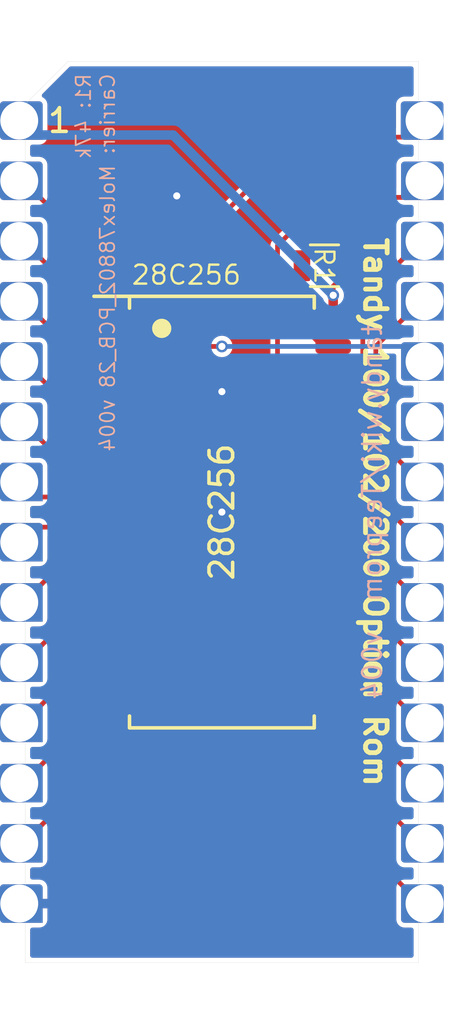
<source format=kicad_pcb>
(kicad_pcb (version 20171130) (host pcbnew 5.1.10-88a1d61d58~88~ubuntu20.10.1)

  (general
    (thickness 1.6)
    (drawings 11)
    (tracks 139)
    (zones 0)
    (modules 3)
    (nets 29)
  )

  (page A4)
  (title_block
    (title "28C256 in a TRS-80 Model 100 option rom socket")
    (date 2021-09-03)
    (rev 004)
    (company b.kenyon.w@gmail.com)
  )

  (layers
    (0 Top signal)
    (31 Bottom signal)
    (32 B.Adhes user hide)
    (33 F.Adhes user hide)
    (34 B.Paste user hide)
    (35 F.Paste user hide)
    (36 B.SilkS user)
    (37 F.SilkS user)
    (38 B.Mask user)
    (39 F.Mask user)
    (40 Dwgs.User user hide)
    (41 Cmts.User user hide)
    (42 Eco1.User user hide)
    (43 Eco2.User user hide)
    (44 Edge.Cuts user)
    (45 Margin user hide)
    (46 B.CrtYd user hide)
    (47 F.CrtYd user hide)
    (48 B.Fab user hide)
    (49 F.Fab user hide)
  )

  (setup
    (last_trace_width 0.4)
    (user_trace_width 0.4)
    (trace_clearance 0.2)
    (zone_clearance 0.2)
    (zone_45_only no)
    (trace_min 0.2)
    (via_size 0.5)
    (via_drill 0.3)
    (via_min_size 0.5)
    (via_min_drill 0.3)
    (uvia_size 0.5)
    (uvia_drill 0.3)
    (uvias_allowed no)
    (uvia_min_size 0.5)
    (uvia_min_drill 0.3)
    (edge_width 0.01)
    (segment_width 0.2032)
    (pcb_text_width 0.254)
    (pcb_text_size 1.2192 1.2192)
    (mod_edge_width 0.0254)
    (mod_text_size 0.4572 0.4572)
    (mod_text_width 0.0254)
    (pad_size 1.905 2.032)
    (pad_drill 1.524)
    (pad_to_mask_clearance 0)
    (solder_mask_min_width 0.22)
    (aux_axis_origin 0 0)
    (grid_origin 147.2184 99.187)
    (visible_elements FFFFFF7F)
    (pcbplotparams
      (layerselection 0x010f0_ffffffff)
      (usegerberextensions true)
      (usegerberattributes false)
      (usegerberadvancedattributes false)
      (creategerberjobfile false)
      (excludeedgelayer true)
      (linewidth 0.100000)
      (plotframeref false)
      (viasonmask false)
      (mode 1)
      (useauxorigin false)
      (hpglpennumber 1)
      (hpglpenspeed 20)
      (hpglpendiameter 15.000000)
      (psnegative false)
      (psa4output false)
      (plotreference true)
      (plotvalue true)
      (plotinvisibletext false)
      (padsonsilk false)
      (subtractmaskfromsilk false)
      (outputformat 1)
      (mirror false)
      (drillshape 0)
      (scaleselection 1)
      (outputdirectory "GERBER_Teeprom_004"))
  )

  (net 0 "")
  (net 1 /D3)
  (net 2 /A10)
  (net 3 /D4)
  (net 4 /A7)
  (net 5 /D5)
  (net 6 /A6)
  (net 7 /D6)
  (net 8 /A5)
  (net 9 /D7)
  (net 10 /A4)
  (net 11 /A11)
  (net 12 /A3)
  (net 13 /~OE)
  (net 14 /A2)
  (net 15 /A13)
  (net 16 /A1)
  (net 17 /A0)
  (net 18 /A12)
  (net 19 /D0)
  (net 20 /A9)
  (net 21 /D1)
  (net 22 /A8)
  (net 23 /D2)
  (net 24 /~CE)
  (net 25 /A14)
  (net 26 /~WE)
  (net 27 VCC)
  (net 28 GND)

  (net_class Default "This is the default net class."
    (clearance 0.2)
    (trace_width 0.2)
    (via_dia 0.5)
    (via_drill 0.3)
    (uvia_dia 0.5)
    (uvia_drill 0.3)
    (diff_pair_width 0.2)
    (diff_pair_gap 0.3)
    (add_net /A0)
    (add_net /A1)
    (add_net /A10)
    (add_net /A11)
    (add_net /A12)
    (add_net /A13)
    (add_net /A14)
    (add_net /A2)
    (add_net /A3)
    (add_net /A4)
    (add_net /A5)
    (add_net /A6)
    (add_net /A7)
    (add_net /A8)
    (add_net /A9)
    (add_net /D0)
    (add_net /D1)
    (add_net /D2)
    (add_net /D3)
    (add_net /D4)
    (add_net /D5)
    (add_net /D6)
    (add_net /D7)
    (add_net /~CE)
    (add_net /~OE)
    (add_net /~WE)
    (add_net GND)
    (add_net VCC)
  )

  (module 000_LOCAL:SOIC-28W (layer Top) (tedit 60AC7F09) (tstamp 60ACE4A8)
    (at 147.2184 99.187)
    (descr "28-Lead Plastic Small Outline (SO) - Wide, 7.50 mm Body [SOIC] (see Microchip Packaging Specification 00000049BS.pdf)")
    (tags "SOIC 1.27")
    (path /5D231C6F)
    (attr smd)
    (fp_text reference U1 (at 0 0 -90) (layer F.SilkS) hide
      (effects (font (size 1 1) (thickness 0.15)))
    )
    (fp_text value 28C256 (at 0 0 -90) (layer F.SilkS)
      (effects (font (size 1 1) (thickness 0.15)))
    )
    (fp_line (start -3.9 9.1) (end 3.9 9.1) (layer F.SilkS) (width 0.15))
    (fp_line (start -5.4 -9.1) (end 3.9 -9.1) (layer F.SilkS) (width 0.15))
    (fp_line (start -3.9 9.1) (end -3.9 8.6) (layer F.SilkS) (width 0.15))
    (fp_line (start 3.9 9.1) (end 3.9 8.6) (layer F.SilkS) (width 0.15))
    (fp_line (start 3.9 -9.1) (end 3.9 -8.6) (layer F.SilkS) (width 0.15))
    (fp_line (start -3.9 -9.1) (end -3.9 -8.6) (layer F.SilkS) (width 0.15))
    (fp_line (start -5.95 9.3) (end 5.95 9.3) (layer F.CrtYd) (width 0.05))
    (fp_line (start -5.95 -9.3) (end 5.95 -9.3) (layer F.CrtYd) (width 0.05))
    (fp_line (start 5.95 -9.3) (end 5.95 9.3) (layer F.CrtYd) (width 0.05))
    (fp_line (start -5.95 -9.3) (end -5.95 9.3) (layer F.CrtYd) (width 0.05))
    (fp_line (start -3.75 -7.95) (end -2.75 -8.95) (layer F.Fab) (width 0.15))
    (fp_line (start -3.75 8.95) (end -3.75 -7.95) (layer F.Fab) (width 0.15))
    (fp_line (start 3.75 8.95) (end -3.75 8.95) (layer F.Fab) (width 0.15))
    (fp_line (start 3.75 -8.95) (end 3.75 8.95) (layer F.Fab) (width 0.15))
    (fp_line (start -2.75 -8.95) (end 3.75 -8.95) (layer F.Fab) (width 0.15))
    (fp_circle (center -2.54 -7.747) (end -2.3368 -7.747) (layer F.SilkS) (width 0.4064))
    (fp_text user %R (at 0 0 -90) (layer F.Fab)
      (effects (font (size 1 1) (thickness 0.15)))
    )
    (pad 1 smd roundrect (at -4.7 -8.255) (size 1.5 0.6) (layers Top F.Paste F.Mask) (roundrect_rratio 0.25)
      (net 25 /A14))
    (pad 2 smd roundrect (at -4.7 -6.985) (size 1.5 0.6) (layers Top F.Paste F.Mask) (roundrect_rratio 0.25)
      (net 18 /A12))
    (pad 3 smd roundrect (at -4.7 -5.715) (size 1.5 0.6) (layers Top F.Paste F.Mask) (roundrect_rratio 0.25)
      (net 4 /A7))
    (pad 4 smd roundrect (at -4.7 -4.445) (size 1.5 0.6) (layers Top F.Paste F.Mask) (roundrect_rratio 0.25)
      (net 6 /A6))
    (pad 5 smd roundrect (at -4.7 -3.175) (size 1.5 0.6) (layers Top F.Paste F.Mask) (roundrect_rratio 0.25)
      (net 8 /A5))
    (pad 6 smd roundrect (at -4.7 -1.905) (size 1.5 0.6) (layers Top F.Paste F.Mask) (roundrect_rratio 0.25)
      (net 10 /A4))
    (pad 7 smd roundrect (at -4.7 -0.635) (size 1.5 0.6) (layers Top F.Paste F.Mask) (roundrect_rratio 0.25)
      (net 12 /A3))
    (pad 8 smd roundrect (at -4.7 0.635) (size 1.5 0.6) (layers Top F.Paste F.Mask) (roundrect_rratio 0.25)
      (net 14 /A2))
    (pad 9 smd roundrect (at -4.7 1.905) (size 1.5 0.6) (layers Top F.Paste F.Mask) (roundrect_rratio 0.25)
      (net 16 /A1))
    (pad 10 smd roundrect (at -4.7 3.175) (size 1.5 0.6) (layers Top F.Paste F.Mask) (roundrect_rratio 0.25)
      (net 17 /A0))
    (pad 11 smd roundrect (at -4.7 4.445) (size 1.5 0.6) (layers Top F.Paste F.Mask) (roundrect_rratio 0.25)
      (net 19 /D0))
    (pad 12 smd roundrect (at -4.7 5.715) (size 1.5 0.6) (layers Top F.Paste F.Mask) (roundrect_rratio 0.25)
      (net 21 /D1))
    (pad 13 smd roundrect (at -4.7 6.985) (size 1.5 0.6) (layers Top F.Paste F.Mask) (roundrect_rratio 0.25)
      (net 23 /D2))
    (pad 14 smd roundrect (at -4.7 8.255) (size 1.5 0.6) (layers Top F.Paste F.Mask) (roundrect_rratio 0.25)
      (net 28 GND))
    (pad 15 smd roundrect (at 4.7 8.255) (size 1.5 0.6) (layers Top F.Paste F.Mask) (roundrect_rratio 0.25)
      (net 1 /D3))
    (pad 16 smd roundrect (at 4.7 6.985) (size 1.5 0.6) (layers Top F.Paste F.Mask) (roundrect_rratio 0.25)
      (net 3 /D4))
    (pad 17 smd roundrect (at 4.7 5.715) (size 1.5 0.6) (layers Top F.Paste F.Mask) (roundrect_rratio 0.25)
      (net 5 /D5))
    (pad 18 smd roundrect (at 4.7 4.445) (size 1.5 0.6) (layers Top F.Paste F.Mask) (roundrect_rratio 0.25)
      (net 7 /D6))
    (pad 19 smd roundrect (at 4.7 3.175) (size 1.5 0.6) (layers Top F.Paste F.Mask) (roundrect_rratio 0.25)
      (net 9 /D7))
    (pad 20 smd roundrect (at 4.7 1.905) (size 1.5 0.6) (layers Top F.Paste F.Mask) (roundrect_rratio 0.25)
      (net 24 /~CE))
    (pad 21 smd roundrect (at 4.7 0.635) (size 1.5 0.6) (layers Top F.Paste F.Mask) (roundrect_rratio 0.25)
      (net 2 /A10))
    (pad 22 smd roundrect (at 4.7 -0.635) (size 1.5 0.6) (layers Top F.Paste F.Mask) (roundrect_rratio 0.25)
      (net 13 /~OE))
    (pad 23 smd roundrect (at 4.7 -1.905) (size 1.5 0.6) (layers Top F.Paste F.Mask) (roundrect_rratio 0.25)
      (net 11 /A11))
    (pad 24 smd roundrect (at 4.7 -3.175) (size 1.5 0.6) (layers Top F.Paste F.Mask) (roundrect_rratio 0.25)
      (net 20 /A9))
    (pad 25 smd roundrect (at 4.7 -4.445) (size 1.5 0.6) (layers Top F.Paste F.Mask) (roundrect_rratio 0.25)
      (net 22 /A8))
    (pad 26 smd roundrect (at 4.7 -5.715) (size 1.5 0.6) (layers Top F.Paste F.Mask) (roundrect_rratio 0.25)
      (net 15 /A13))
    (pad 27 smd roundrect (at 4.7 -6.985) (size 1.5 0.6) (layers Top F.Paste F.Mask) (roundrect_rratio 0.25)
      (net 26 /~WE))
    (pad 28 smd roundrect (at 4.7 -8.255) (size 1.5 0.6) (layers Top F.Paste F.Mask) (roundrect_rratio 0.25)
      (net 27 VCC))
    (model ${KIPRJMOD}/000_LOCAL.pretty/3d/SW3dPS-SOIC28-300.STEP
      (at (xyz 0 0 0))
      (scale (xyz 1 1 1))
      (rotate (xyz 0 0 90))
    )
  )

  (module 000_LOCAL:Molex78802_PCB_28 (layer Top) (tedit 60A90215) (tstamp 6051C3EB)
    (at 147.2184 99.187)
    (descr "Castellated edge contacts to fit Molex 78805 Socket")
    (path /5E6792DF)
    (solder_mask_margin 0.0508)
    (attr virtual)
    (fp_text reference J1 (at -1.905 0 -90) (layer Dwgs.User) hide
      (effects (font (size 1.2065 1.2065) (thickness 0.127)) (justify bottom))
    )
    (fp_text value Tandy_100_102_200_option_rom (at 1.27 0 -90) (layer F.Fab) hide
      (effects (font (size 1.2065 1.2065) (thickness 0.1016)) (justify bottom))
    )
    (fp_line (start -6.5 -19) (end -8.3 -17.2) (layer Eco2.User) (width 0.01))
    (fp_line (start 8.3 19) (end 8.3 -19) (layer Eco2.User) (width 0.01))
    (fp_line (start -8.3 19) (end -8.3 -17.2) (layer Eco2.User) (width 0.01))
    (fp_line (start -5 19) (end 5 19) (layer Dwgs.User) (width 0.01))
    (fp_line (start -5 18) (end 5 18) (layer Dwgs.User) (width 0.01))
    (fp_line (start -5 18) (end -5 19) (layer Dwgs.User) (width 0.01))
    (fp_line (start 5 19) (end 5 18) (layer Dwgs.User) (width 0.01))
    (fp_line (start 5 -19) (end -5 -19) (layer Dwgs.User) (width 0.01))
    (fp_line (start 5 -18) (end 5 -19) (layer Dwgs.User) (width 0.01))
    (fp_line (start -5 -18) (end 5 -18) (layer Dwgs.User) (width 0.01))
    (fp_line (start -5 -19) (end -5 -18) (layer Dwgs.User) (width 0.01))
    (fp_line (start 8.345 15.24) (end 9.742 15.24) (layer Dwgs.User) (width 0.05))
    (fp_line (start 8.625 14.96) (end 8.345 15.24) (layer Dwgs.User) (width 0.05))
    (fp_line (start 8.345 15.24) (end 8.625 15.52) (layer Dwgs.User) (width 0.05))
    (fp_line (start 7.442 14.96) (end 7.722 15.24) (layer Dwgs.User) (width 0.05))
    (fp_line (start 7.722 15.24) (end 7.442 15.52) (layer Dwgs.User) (width 0.05))
    (fp_line (start 6.325 15.24) (end 7.722 15.24) (layer Dwgs.User) (width 0.05))
    (fp_line (start 6.325 12.065) (end 6.325 15.24) (layer Dwgs.User) (width 0.05))
    (fp_line (start 7.75716 17.78) (end 7.75716 12.7) (layer Dwgs.User) (width 0.01))
    (fp_line (start 8.3 -19) (end -6.5 -19) (layer Eco2.User) (width 0.01))
    (fp_line (start -8.3 19) (end 8.3 19) (layer Eco2.User) (width 0.01))
    (fp_line (start -0.762 -19.05) (end -0.762 -21.59) (layer Eco1.User) (width 0.01))
    (fp_line (start -0.762 -21.59) (end 0.762 -21.59) (layer Eco1.User) (width 0.01))
    (fp_line (start 0.762 -21.59) (end 0.762 -19.05) (layer Eco1.User) (width 0.01))
    (fp_line (start -4.5593 19.05) (end -4.5593 21.59) (layer Eco1.User) (width 0.01))
    (fp_line (start -4.5593 21.59) (end -3.0353 21.59) (layer Eco1.User) (width 0.01))
    (fp_line (start -3.0353 21.59) (end -3.0353 19.05) (layer Eco1.User) (width 0.01))
    (fp_line (start 4.5593 19.05) (end 4.5593 21.59) (layer Eco1.User) (width 0.01))
    (fp_line (start 4.5593 21.59) (end 3.0353 21.59) (layer Eco1.User) (width 0.01))
    (fp_line (start 3.0353 21.59) (end 3.0353 19.05) (layer Eco1.User) (width 0.01))
    (fp_line (start 3.0353 19.05) (end -3.0353 19.05) (layer Eco1.User) (width 0.01))
    (fp_line (start -8.26 19.05) (end -8.26 -19.05) (layer Eco1.User) (width 0.01))
    (fp_line (start 8.26 19.05) (end 8.26 -19.05) (layer Eco1.User) (width 0.01))
    (fp_line (start -8.26 -19.05) (end -0.762 -19.05) (layer Eco1.User) (width 0.01))
    (fp_line (start 0.762 -19.05) (end 8.26 -19.05) (layer Eco1.User) (width 0.01))
    (fp_line (start -8.26 19.05) (end -4.5593 19.05) (layer Eco1.User) (width 0.01))
    (fp_line (start 4.5593 19.05) (end 8.26 19.05) (layer Eco1.User) (width 0.01))
    (fp_poly (pts (xy -7.717 -15.8496) (xy -9.2156 -15.8496) (xy -9.2156 -17.1704) (xy -7.717 -17.1704)) (layer Bottom) (width 0.3048))
    (fp_poly (pts (xy -7.717 -15.8496) (xy -9.2156 -15.8496) (xy -9.2156 -17.1704) (xy -7.717 -17.1704)) (layer Top) (width 0.3048))
    (fp_poly (pts (xy -7.717 -13.3096) (xy -9.2156 -13.3096) (xy -9.2156 -14.6304) (xy -7.717 -14.6304)) (layer Top) (width 0.3048))
    (fp_poly (pts (xy -7.717 -10.7696) (xy -9.2156 -10.7696) (xy -9.2156 -12.0904) (xy -7.717 -12.0904)) (layer Top) (width 0.3048))
    (fp_poly (pts (xy -7.717 -8.2296) (xy -9.2156 -8.2296) (xy -9.2156 -9.5504) (xy -7.717 -9.5504)) (layer Top) (width 0.3048))
    (fp_poly (pts (xy -7.717 -5.6896) (xy -9.2156 -5.6896) (xy -9.2156 -7.0104) (xy -7.717 -7.0104)) (layer Top) (width 0.3048))
    (fp_poly (pts (xy -7.717 -3.1496) (xy -9.2156 -3.1496) (xy -9.2156 -4.4704) (xy -7.717 -4.4704)) (layer Top) (width 0.3048))
    (fp_poly (pts (xy -7.717 -0.6096) (xy -9.2156 -0.6096) (xy -9.2156 -1.9304) (xy -7.717 -1.9304)) (layer Top) (width 0.3048))
    (fp_poly (pts (xy -7.717 1.9304) (xy -9.2156 1.9304) (xy -9.2156 0.6096) (xy -7.717 0.6096)) (layer Top) (width 0.3048))
    (fp_poly (pts (xy -7.717 4.4704) (xy -9.2156 4.4704) (xy -9.2156 3.1496) (xy -7.717 3.1496)) (layer Top) (width 0.3048))
    (fp_poly (pts (xy -7.717 7.0104) (xy -9.2156 7.0104) (xy -9.2156 5.6896) (xy -7.717 5.6896)) (layer Top) (width 0.3048))
    (fp_poly (pts (xy -7.717 9.5504) (xy -9.2156 9.5504) (xy -9.2156 8.2296) (xy -7.717 8.2296)) (layer Top) (width 0.3048))
    (fp_poly (pts (xy -7.717 12.0904) (xy -9.2156 12.0904) (xy -9.2156 10.7696) (xy -7.717 10.7696)) (layer Top) (width 0.3048))
    (fp_poly (pts (xy -7.717 14.6304) (xy -9.2156 14.6304) (xy -9.2156 13.3096) (xy -7.717 13.3096)) (layer Top) (width 0.3048))
    (fp_poly (pts (xy -7.717 17.1704) (xy -9.2156 17.1704) (xy -9.2156 15.8496) (xy -7.717 15.8496)) (layer Top) (width 0.3048))
    (fp_poly (pts (xy -7.717 10.7696) (xy -9.2156 10.7696) (xy -9.2156 12.0904) (xy -7.717 12.0904)) (layer Bottom) (width 0.3048))
    (fp_poly (pts (xy -7.717 15.8496) (xy -9.2156 15.8496) (xy -9.2156 17.1704) (xy -7.717 17.1704)) (layer Bottom) (width 0.3048))
    (fp_poly (pts (xy -7.717 -14.6304) (xy -9.2156 -14.6304) (xy -9.2156 -13.3096) (xy -7.717 -13.3096)) (layer Bottom) (width 0.3048))
    (fp_poly (pts (xy -7.717 8.2296) (xy -9.2156 8.2296) (xy -9.2156 9.5504) (xy -7.717 9.5504)) (layer Bottom) (width 0.3048))
    (fp_poly (pts (xy -7.717 5.6896) (xy -9.2156 5.6896) (xy -9.2156 7.0104) (xy -7.717 7.0104)) (layer Bottom) (width 0.3048))
    (fp_poly (pts (xy -7.717 -7.0104) (xy -9.2156 -7.0104) (xy -9.2156 -5.6896) (xy -7.717 -5.6896)) (layer Bottom) (width 0.3048))
    (fp_poly (pts (xy -7.717 -9.5504) (xy -9.2156 -9.5504) (xy -9.2156 -8.2296) (xy -7.717 -8.2296)) (layer Bottom) (width 0.3048))
    (fp_poly (pts (xy -7.717 13.3096) (xy -9.2156 13.3096) (xy -9.2156 14.6304) (xy -7.717 14.6304)) (layer Bottom) (width 0.3048))
    (fp_poly (pts (xy -7.717 -1.9304) (xy -9.2156 -1.9304) (xy -9.2156 -0.6096) (xy -7.717 -0.6096)) (layer Bottom) (width 0.3048))
    (fp_poly (pts (xy -7.717 -4.4704) (xy -9.2156 -4.4704) (xy -9.2156 -3.1496) (xy -7.717 -3.1496)) (layer Bottom) (width 0.3048))
    (fp_poly (pts (xy -7.717 -12.0904) (xy -9.2156 -12.0904) (xy -9.2156 -10.7696) (xy -7.717 -10.7696)) (layer Bottom) (width 0.3048))
    (fp_poly (pts (xy -7.717 3.1496) (xy -9.2156 3.1496) (xy -9.2156 4.4704) (xy -7.717 4.4704)) (layer Bottom) (width 0.3048))
    (fp_poly (pts (xy -7.717 0.6096) (xy -9.2156 0.6096) (xy -9.2156 1.9304) (xy -7.717 1.9304)) (layer Bottom) (width 0.3048))
    (fp_poly (pts (xy 9.2029 -15.8496) (xy 7.7043 -15.8496) (xy 7.7043 -17.1704) (xy 9.2029 -17.1704)) (layer Bottom) (width 0.3048))
    (fp_poly (pts (xy 9.2029 -15.8496) (xy 7.7043 -15.8496) (xy 7.7043 -17.1704) (xy 9.2029 -17.1704)) (layer Top) (width 0.3048))
    (fp_poly (pts (xy 9.2156 -8.2296) (xy 7.717 -8.2296) (xy 7.717 -9.5504) (xy 9.2156 -9.5504)) (layer Top) (width 0.3048))
    (fp_poly (pts (xy 9.2156 15.8496) (xy 7.717 15.8496) (xy 7.717 17.1704) (xy 9.2156 17.1704)) (layer Bottom) (width 0.3048))
    (fp_poly (pts (xy 9.2156 -13.3096) (xy 7.717 -13.3096) (xy 7.717 -14.6304) (xy 9.2156 -14.6304)) (layer Top) (width 0.3048))
    (fp_poly (pts (xy 9.2156 -7.0104) (xy 7.717 -7.0104) (xy 7.717 -5.6896) (xy 9.2156 -5.6896)) (layer Bottom) (width 0.3048))
    (fp_poly (pts (xy 9.2156 5.6896) (xy 7.717 5.6896) (xy 7.717 7.0104) (xy 9.2156 7.0104)) (layer Bottom) (width 0.3048))
    (fp_poly (pts (xy 9.2156 17.1704) (xy 7.717 17.1704) (xy 7.717 15.8496) (xy 9.2156 15.8496)) (layer Top) (width 0.3048))
    (fp_poly (pts (xy 9.2156 -5.6896) (xy 7.717 -5.6896) (xy 7.717 -7.0104) (xy 9.2156 -7.0104)) (layer Top) (width 0.3048))
    (fp_poly (pts (xy 9.2156 -1.9304) (xy 7.717 -1.9304) (xy 7.717 -0.6096) (xy 9.2156 -0.6096)) (layer Bottom) (width 0.3048))
    (fp_poly (pts (xy 9.2156 -3.1496) (xy 7.717 -3.1496) (xy 7.717 -4.4704) (xy 9.2156 -4.4704)) (layer Top) (width 0.3048))
    (fp_poly (pts (xy 9.2156 9.5504) (xy 7.717 9.5504) (xy 7.717 8.2296) (xy 9.2156 8.2296)) (layer Top) (width 0.3048))
    (fp_poly (pts (xy 9.2156 12.0904) (xy 7.717 12.0904) (xy 7.717 10.7696) (xy 9.2156 10.7696)) (layer Top) (width 0.3048))
    (fp_poly (pts (xy 9.2156 -14.6304) (xy 7.717 -14.6304) (xy 7.717 -13.3096) (xy 9.2156 -13.3096)) (layer Bottom) (width 0.3048))
    (fp_poly (pts (xy 9.2156 -12.0904) (xy 7.717 -12.0904) (xy 7.717 -10.7696) (xy 9.2156 -10.7696)) (layer Bottom) (width 0.3048))
    (fp_poly (pts (xy 9.2156 3.1496) (xy 7.717 3.1496) (xy 7.717 4.4704) (xy 9.2156 4.4704)) (layer Bottom) (width 0.3048))
    (fp_poly (pts (xy 9.2156 0.6096) (xy 7.717 0.6096) (xy 7.717 1.9304) (xy 9.2156 1.9304)) (layer Bottom) (width 0.3048))
    (fp_poly (pts (xy 9.2156 -9.5504) (xy 7.717 -9.5504) (xy 7.717 -8.2296) (xy 9.2156 -8.2296)) (layer Bottom) (width 0.3048))
    (fp_poly (pts (xy 9.2156 -10.7696) (xy 7.717 -10.7696) (xy 7.717 -12.0904) (xy 9.2156 -12.0904)) (layer Top) (width 0.3048))
    (fp_poly (pts (xy 9.2156 13.3096) (xy 7.717 13.3096) (xy 7.717 14.6304) (xy 9.2156 14.6304)) (layer Bottom) (width 0.3048))
    (fp_poly (pts (xy 9.2156 8.2296) (xy 7.717 8.2296) (xy 7.717 9.5504) (xy 9.2156 9.5504)) (layer Bottom) (width 0.3048))
    (fp_poly (pts (xy 9.2156 -4.4704) (xy 7.717 -4.4704) (xy 7.717 -3.1496) (xy 9.2156 -3.1496)) (layer Bottom) (width 0.3048))
    (fp_poly (pts (xy 9.2156 4.4704) (xy 7.717 4.4704) (xy 7.717 3.1496) (xy 9.2156 3.1496)) (layer Top) (width 0.3048))
    (fp_poly (pts (xy 9.2156 10.7696) (xy 7.717 10.7696) (xy 7.717 12.0904) (xy 9.2156 12.0904)) (layer Bottom) (width 0.3048))
    (fp_poly (pts (xy 9.2156 7.0104) (xy 7.717 7.0104) (xy 7.717 5.6896) (xy 9.2156 5.6896)) (layer Top) (width 0.3048))
    (fp_poly (pts (xy 9.2156 14.6304) (xy 7.717 14.6304) (xy 7.717 13.3096) (xy 9.2156 13.3096)) (layer Top) (width 0.3048))
    (fp_poly (pts (xy 9.2156 -0.6096) (xy 7.717 -0.6096) (xy 7.717 -1.9304) (xy 9.2156 -1.9304)) (layer Top) (width 0.3048))
    (fp_poly (pts (xy 9.2156 1.9304) (xy 7.717 1.9304) (xy 7.717 0.6096) (xy 9.2156 0.6096)) (layer Top) (width 0.3048))
    (fp_line (start -7.6 18.3) (end 7.6 18.3) (layer Dwgs.User) (width 0.01))
    (fp_line (start -7.6 -18.3) (end 7.6 -18.3) (layer Dwgs.User) (width 0.01))
    (fp_line (start -7.6 -18.3) (end -7.6 18.3) (layer Dwgs.User) (width 0.01))
    (fp_line (start 7.6 -18.3) (end 7.6 18.3) (layer Dwgs.User) (width 0.01))
    (fp_line (start -6 -18.3) (end -6 -17) (layer Dwgs.User) (width 0.01))
    (fp_line (start -6 -17) (end -5.5 -17) (layer Dwgs.User) (width 0.01))
    (fp_line (start -6 -18.3) (end -6.3 -18) (layer Dwgs.User) (width 0.01))
    (fp_line (start -6 -18.3) (end -5.7 -18) (layer Dwgs.User) (width 0.01))
    (fp_line (start -6 -19) (end -6 -20) (layer Dwgs.User) (width 0.01))
    (fp_line (start -6 -19) (end -6.3 -19.3) (layer Dwgs.User) (width 0.01))
    (fp_line (start -6 -19) (end -5.7 -19.3) (layer Dwgs.User) (width 0.01))
    (fp_line (start -4 -19) (end -4 -20) (layer Dwgs.User) (width 0.01))
    (fp_line (start -4 -19) (end -4.3 -19.3) (layer Dwgs.User) (width 0.01))
    (fp_line (start -4 -19) (end -3.7 -19.3) (layer Dwgs.User) (width 0.01))
    (fp_line (start -4 -18) (end -4.3 -17.7) (layer Dwgs.User) (width 0.01))
    (fp_line (start -4 -18) (end -3.7 -17.7) (layer Dwgs.User) (width 0.01))
    (fp_line (start -4 -18) (end -4 -17.5) (layer Dwgs.User) (width 0.01))
    (fp_line (start -4 -17.5) (end -3.5 -17.5) (layer Dwgs.User) (width 0.01))
    (fp_text user "0.7 border on bottom - 36.6 x 15 x 1.5 usable bottom" (at -5.5 -17) (layer Dwgs.User)
      (effects (font (size 0.25 0.25) (thickness 0.02)) (justify left))
    )
    (fp_text user "10.0 x 1.0 retainer wedges on top" (at -3.5 -17.5) (layer Dwgs.User)
      (effects (font (size 0.25 0.25) (thickness 0.02)) (justify left))
    )
    (fp_text user "Castellation depth 0.5mm min" (at 6.35 0 -90) (layer Dwgs.User)
      (effects (font (size 1 1) (thickness 0.1)))
    )
    (fp_text user "Board outline: 0.1mm grid, copy Eco2.User" (at -6 0 -90) (layer Eco2.User)
      (effects (font (size 1 1) (thickness 0.1)))
    )
    (fp_text user "Eco1.User is Edge.Cuts for use without carrier." (at -4.445 0 -90) (layer Eco1.User)
      (effects (font (size 0.8 0.8) (thickness 0.05)))
    )
    (pad 1 thru_hole circle (at -8.5552 -16.51) (size 1.6002 1.6002) (drill 1.59766) (layers *.Cu *.Mask)
      (net 27 VCC) (zone_connect 0))
    (pad 28 thru_hole circle (at 8.5552 -16.51 180) (size 1.6002 1.6002) (drill 1.59766) (layers *.Cu *.Mask)
      (net 25 /A14))
    (pad 14 thru_hole circle (at -8.5552 16.51) (size 1.6002 1.6002) (drill 1.59766) (layers *.Cu *.Mask)
      (net 28 GND) (zone_connect 0))
    (pad 27 thru_hole circle (at 8.5552 -13.97 180) (size 1.6002 1.6002) (drill 1.59766) (layers *.Cu *.Mask)
      (net 24 /~CE))
    (pad 13 thru_hole circle (at -8.5552 13.97) (size 1.6002 1.6002) (drill 1.59766) (layers *.Cu *.Mask)
      (net 23 /D2) (zone_connect 0))
    (pad 26 thru_hole circle (at 8.5552 -11.43 180) (size 1.6002 1.6002) (drill 1.59766) (layers *.Cu *.Mask)
      (net 22 /A8))
    (pad 12 thru_hole circle (at -8.5552 11.43) (size 1.6002 1.6002) (drill 1.59766) (layers *.Cu *.Mask)
      (net 21 /D1) (zone_connect 0))
    (pad 25 thru_hole circle (at 8.5552 -8.89 180) (size 1.6002 1.6002) (drill 1.59766) (layers *.Cu *.Mask)
      (net 20 /A9))
    (pad 11 thru_hole circle (at -8.5552 8.89) (size 1.6002 1.6002) (drill 1.59766) (layers *.Cu *.Mask)
      (net 19 /D0) (zone_connect 0))
    (pad 24 thru_hole circle (at 8.5552 -6.35 180) (size 1.6002 1.6002) (drill 1.59766) (layers *.Cu *.Mask)
      (net 18 /A12))
    (pad 10 thru_hole circle (at -8.5552 6.35) (size 1.6002 1.6002) (drill 1.59766) (layers *.Cu *.Mask)
      (net 17 /A0) (zone_connect 0))
    (pad 23 thru_hole circle (at 8.5552 -3.81 180) (size 1.6002 1.6002) (drill 1.59766) (layers *.Cu *.Mask))
    (pad 9 thru_hole circle (at -8.5552 3.81) (size 1.6002 1.6002) (drill 1.59766) (layers *.Cu *.Mask)
      (net 16 /A1) (zone_connect 0))
    (pad 22 thru_hole circle (at 8.5552 -1.27 180) (size 1.6002 1.6002) (drill 1.59766) (layers *.Cu *.Mask)
      (net 15 /A13))
    (pad 8 thru_hole circle (at -8.5552 1.27) (size 1.6002 1.6002) (drill 1.59766) (layers *.Cu *.Mask)
      (net 14 /A2) (zone_connect 0))
    (pad 21 thru_hole circle (at 8.5552 1.27 180) (size 1.6002 1.6002) (drill 1.59766) (layers *.Cu *.Mask)
      (net 13 /~OE))
    (pad 7 thru_hole circle (at -8.5552 -1.27) (size 1.6002 1.6002) (drill 1.59766) (layers *.Cu *.Mask)
      (net 12 /A3) (zone_connect 0))
    (pad 20 thru_hole circle (at 8.5552 3.81 180) (size 1.6002 1.6002) (drill 1.59766) (layers *.Cu *.Mask)
      (net 11 /A11))
    (pad 6 thru_hole circle (at -8.5552 -3.81) (size 1.6002 1.6002) (drill 1.59766) (layers *.Cu *.Mask)
      (net 10 /A4) (zone_connect 0))
    (pad 19 thru_hole circle (at 8.5552 6.35 180) (size 1.6002 1.6002) (drill 1.59766) (layers *.Cu *.Mask)
      (net 9 /D7))
    (pad 5 thru_hole circle (at -8.5552 -6.35) (size 1.6002 1.6002) (drill 1.59766) (layers *.Cu *.Mask)
      (net 8 /A5) (zone_connect 0))
    (pad 18 thru_hole circle (at 8.5552 8.89 180) (size 1.6002 1.6002) (drill 1.59766) (layers *.Cu *.Mask)
      (net 7 /D6))
    (pad 4 thru_hole circle (at -8.5552 -8.89) (size 1.6002 1.6002) (drill 1.59766) (layers *.Cu *.Mask)
      (net 6 /A6) (zone_connect 0))
    (pad 17 thru_hole circle (at 8.5552 11.43 180) (size 1.6002 1.6002) (drill 1.59766) (layers *.Cu *.Mask)
      (net 5 /D5))
    (pad 3 thru_hole circle (at -8.5552 -11.43) (size 1.6002 1.6002) (drill 1.59766) (layers *.Cu *.Mask)
      (net 4 /A7) (zone_connect 0))
    (pad 16 thru_hole circle (at 8.5552 13.97 180) (size 1.6002 1.6002) (drill 1.59766) (layers *.Cu *.Mask)
      (net 3 /D4))
    (pad 2 thru_hole circle (at -8.5552 -13.97) (size 1.6002 1.6002) (drill 1.59766) (layers *.Cu *.Mask)
      (net 2 /A10) (zone_connect 0))
    (pad 15 thru_hole circle (at 8.5552 16.51 180) (size 1.6002 1.6002) (drill 1.59766) (layers *.Cu *.Mask)
      (net 1 /D3))
    (model ${KIPRJMOD}/000_LOCAL.pretty/3d/Molex78802_PCB_28.step
      (offset (xyz 0 0 -0.16))
      (scale (xyz 1 1 1))
      (rotate (xyz 0 0 90))
    )
  )

  (module 000_LOCAL:R_0805 (layer Top) (tedit 60997F9A) (tstamp 5D22C129)
    (at 151.5491 88.7984)
    (descr "Resistor SMD 0805, reflow soldering, Vishay (see dcrcw.pdf)")
    (tags "resistor 0805")
    (path /5D2BF7AB)
    (attr smd)
    (fp_text reference R1 (at -0.0127 0 -90 unlocked) (layer F.SilkS)
      (effects (font (size 0.8 0.8) (thickness 0.1)))
    )
    (fp_text value 47k (at 0 1.75) (layer F.Fab)
      (effects (font (size 1 1) (thickness 0.15)))
    )
    (fp_line (start -1 0.62) (end -1 -0.62) (layer F.Fab) (width 0.1))
    (fp_line (start 1 0.62) (end -1 0.62) (layer F.Fab) (width 0.1))
    (fp_line (start 1 -0.62) (end 1 0.62) (layer F.Fab) (width 0.1))
    (fp_line (start -1 -0.62) (end 1 -0.62) (layer F.Fab) (width 0.1))
    (fp_line (start 0.6 0.88) (end -0.6 0.88) (layer F.SilkS) (width 0.12))
    (fp_line (start -0.6 -0.88) (end 0.6 -0.88) (layer F.SilkS) (width 0.12))
    (fp_line (start -1.55 -0.9) (end 1.55 -0.9) (layer F.CrtYd) (width 0.05))
    (fp_line (start -1.55 -0.9) (end -1.55 0.9) (layer F.CrtYd) (width 0.05))
    (fp_line (start 1.55 0.9) (end 1.55 -0.9) (layer F.CrtYd) (width 0.05))
    (fp_line (start 1.55 0.9) (end -1.55 0.9) (layer F.CrtYd) (width 0.05))
    (fp_text user %R (at 0 0) (layer F.Fab)
      (effects (font (size 0.5 0.5) (thickness 0.075)))
    )
    (pad 1 smd roundrect (at -0.95 0) (size 0.7 1.3) (layers Top F.Paste F.Mask) (roundrect_rratio 0.1)
      (net 26 /~WE))
    (pad 2 smd roundrect (at 0.95 0) (size 0.7 1.3) (layers Top F.Paste F.Mask) (roundrect_rratio 0.1)
      (net 27 VCC))
    (model ${KIPRJMOD}/000_LOCAL.pretty/3d/R_0805.step
      (at (xyz 0 0 0))
      (scale (xyz 1 1 1))
      (rotate (xyz 0 0 0))
    )
  )

  (gr_text 28C256 (at 145.7184 89.187) (layer F.SilkS)
    (effects (font (size 0.8 0.8) (thickness 0.1)))
  )
  (gr_text "Carrier: Molex78802_PCB_28 v004" (at 142.3924 80.645 90) (layer B.SilkS) (tstamp 60AC51CE)
    (effects (font (size 0.6096 0.6096) (thickness 0.0762)) (justify left mirror))
  )
  (gr_line (start 155.5184 118.187) (end 155.5184 80.187) (layer Edge.Cuts) (width 0.01) (tstamp 60A9CCEB))
  (gr_line (start 140.7184 80.187) (end 138.9184 81.987) (layer Edge.Cuts) (width 0.01))
  (gr_line (start 138.9184 118.187) (end 138.9184 81.987) (layer Edge.Cuts) (width 0.01))
  (gr_line (start 155.5184 118.187) (end 138.9184 118.187) (layer Edge.Cuts) (width 0.01) (tstamp 6051D963))
  (gr_line (start 140.7184 80.187) (end 155.5184 80.187) (layer Edge.Cuts) (width 0.01))
  (gr_text "tandy.wiki/Teeprom  v004" (at 153.5684 99.187 90) (layer B.SilkS)
    (effects (font (size 0.8 0.8) (thickness 0.1)) (justify mirror))
  )
  (gr_text "Tandy 100/102/200 Option Rom" (at 153.6954 99.187 -90) (layer F.SilkS)
    (effects (font (size 0.9144 0.9144) (thickness 0.2032)))
  )
  (gr_text "R1: 47k" (at 141.3764 80.645 90) (layer B.SilkS)
    (effects (font (size 0.6096 0.6096) (thickness 0.0762)) (justify left mirror))
  )
  (gr_text 1 (at 140.3604 82.677) (layer F.SilkS)
    (effects (font (size 1 1) (thickness 0.15)))
  )

  (segment (start 151.9184 112.015) (end 151.9184 107.442) (width 0.2) (layer Top) (net 1))
  (segment (start 155.7274 115.697) (end 155.6004 115.697) (width 0.2) (layer Top) (net 1))
  (segment (start 155.6004 115.697) (end 151.9184 112.015) (width 0.2) (layer Top) (net 1))
  (segment (start 138.811 85.217) (end 138.7094 85.217) (width 0.2) (layer Bottom) (net 2))
  (segment (start 141.6304 92.837) (end 141.2684 92.475) (width 0.2) (layer Top) (net 2))
  (segment (start 143.4719 92.837) (end 141.6304 92.837) (width 0.2) (layer Top) (net 2))
  (segment (start 148.4884 97.8535) (end 143.4719 92.837) (width 0.2) (layer Top) (net 2))
  (segment (start 148.4884 99.187) (end 148.4884 97.8535) (width 0.2) (layer Top) (net 2))
  (segment (start 138.8364 85.217) (end 138.6632 85.217) (width 0.2) (layer Top) (net 2))
  (segment (start 151.0284 101.727) (end 148.4884 99.187) (width 0.2) (layer Top) (net 2))
  (segment (start 152.8064 101.727) (end 151.0284 101.727) (width 0.2) (layer Top) (net 2))
  (segment (start 153.1684 100.6285) (end 153.1684 101.365) (width 0.2) (layer Top) (net 2))
  (segment (start 141.2684 87.649) (end 138.8364 85.217) (width 0.2) (layer Top) (net 2))
  (segment (start 141.2684 92.475) (end 141.2684 87.649) (width 0.2) (layer Top) (net 2))
  (segment (start 152.3619 99.822) (end 153.1684 100.6285) (width 0.2) (layer Top) (net 2))
  (segment (start 153.1684 101.365) (end 152.8064 101.727) (width 0.2) (layer Top) (net 2))
  (segment (start 151.9184 99.822) (end 152.3619 99.822) (width 0.2) (layer Top) (net 2))
  (segment (start 155.6004 113.157) (end 155.7736 113.157) (width 0.2) (layer Top) (net 3))
  (segment (start 153.1684 106.9785) (end 153.1684 110.725) (width 0.2) (layer Top) (net 3))
  (segment (start 152.3619 106.172) (end 153.1684 106.9785) (width 0.2) (layer Top) (net 3))
  (segment (start 153.1684 110.725) (end 155.6004 113.157) (width 0.2) (layer Top) (net 3))
  (segment (start 151.9184 106.172) (end 152.3619 106.172) (width 0.2) (layer Top) (net 3))
  (segment (start 141.5161 93.472) (end 142.5184 93.472) (width 0.2) (layer Top) (net 4))
  (segment (start 140.7184 92.6743) (end 141.5161 93.472) (width 0.2) (layer Top) (net 4))
  (segment (start 140.7184 89.639) (end 140.7184 92.6743) (width 0.2) (layer Top) (net 4))
  (segment (start 138.8364 87.757) (end 140.7184 89.639) (width 0.2) (layer Top) (net 4))
  (segment (start 138.7094 87.757) (end 138.8364 87.757) (width 0.2) (layer Top) (net 4))
  (segment (start 152.3624 104.902) (end 151.9184 104.902) (width 0.2) (layer Top) (net 5))
  (segment (start 153.7184 106.258) (end 152.3624 104.902) (width 0.2) (layer Top) (net 5))
  (segment (start 153.7184 108.7604) (end 153.7184 106.258) (width 0.2) (layer Top) (net 5))
  (segment (start 155.575 110.617) (end 153.7184 108.7604) (width 0.2) (layer Top) (net 5))
  (segment (start 155.7274 110.617) (end 155.575 110.617) (width 0.2) (layer Top) (net 5))
  (segment (start 138.7094 90.297) (end 138.80465 90.297) (width 0.2) (layer Bottom) (net 6))
  (segment (start 140.1684 92.899) (end 140.1684 91.629) (width 0.2) (layer Top) (net 6))
  (segment (start 138.8364 90.297) (end 138.6632 90.297) (width 0.2) (layer Top) (net 6))
  (segment (start 142.0114 94.742) (end 140.1684 92.899) (width 0.2) (layer Top) (net 6))
  (segment (start 140.1684 91.629) (end 138.8364 90.297) (width 0.2) (layer Top) (net 6))
  (segment (start 142.5184 94.742) (end 142.0114 94.742) (width 0.2) (layer Top) (net 6))
  (segment (start 155.6004 108.077) (end 155.7736 108.077) (width 0.2) (layer Top) (net 7))
  (segment (start 154.2684 106.745) (end 155.6004 108.077) (width 0.2) (layer Top) (net 7))
  (segment (start 154.2684 105.5385) (end 154.2684 106.745) (width 0.2) (layer Top) (net 7))
  (segment (start 152.3619 103.632) (end 154.2684 105.5385) (width 0.2) (layer Top) (net 7))
  (segment (start 151.9184 103.632) (end 152.3619 103.632) (width 0.2) (layer Top) (net 7))
  (segment (start 142.03045 96.012) (end 142.5184 96.012) (width 0.2) (layer Top) (net 8))
  (segment (start 138.85545 92.837) (end 142.03045 96.012) (width 0.2) (layer Top) (net 8))
  (segment (start 138.7094 92.837) (end 138.85545 92.837) (width 0.2) (layer Top) (net 8))
  (segment (start 152.4254 102.362) (end 151.9184 102.362) (width 0.2) (layer Top) (net 9))
  (segment (start 155.6004 105.537) (end 152.4254 102.362) (width 0.2) (layer Top) (net 9))
  (segment (start 155.7274 105.537) (end 155.6004 105.537) (width 0.2) (layer Top) (net 9))
  (segment (start 140.716 97.282) (end 142.5184 97.282) (width 0.2) (layer Top) (net 10))
  (segment (start 138.7094 95.377) (end 138.811 95.377) (width 0.2) (layer Top) (net 10))
  (segment (start 138.811 95.377) (end 140.716 97.282) (width 0.2) (layer Top) (net 10))
  (segment (start 151.4729 97.282) (end 151.9184 97.282) (width 0.2) (layer Top) (net 11))
  (segment (start 150.6684 98.0865) (end 151.4729 97.282) (width 0.2) (layer Top) (net 11))
  (segment (start 150.6684 98.8905) (end 150.6684 98.0865) (width 0.2) (layer Top) (net 11))
  (segment (start 150.9649 99.187) (end 150.6684 98.8905) (width 0.2) (layer Top) (net 11))
  (segment (start 153.7184 99.972) (end 152.9334 99.187) (width 0.2) (layer Top) (net 11))
  (segment (start 153.7184 101.115) (end 153.7184 99.972) (width 0.2) (layer Top) (net 11))
  (segment (start 152.9334 99.187) (end 150.9649 99.187) (width 0.2) (layer Top) (net 11))
  (segment (start 155.6004 102.997) (end 153.7184 101.115) (width 0.2) (layer Top) (net 11))
  (segment (start 155.7274 102.997) (end 155.6004 102.997) (width 0.2) (layer Top) (net 11))
  (segment (start 139.2534 98.552) (end 142.5184 98.552) (width 0.2) (layer Top) (net 12))
  (segment (start 138.7094 97.917) (end 138.7094 98.008) (width 0.2) (layer Top) (net 12))
  (segment (start 138.7094 98.008) (end 139.2534 98.552) (width 0.2) (layer Top) (net 12))
  (segment (start 155.6004 100.457) (end 155.66391 100.457) (width 0.2) (layer Bottom) (net 13))
  (segment (start 155.6004 100.457) (end 155.7736 100.457) (width 0.2) (layer Top) (net 13))
  (segment (start 153.6954 98.552) (end 155.6004 100.457) (width 0.2) (layer Top) (net 13))
  (segment (start 151.9184 98.552) (end 153.6954 98.552) (width 0.2) (layer Top) (net 13))
  (segment (start 139.3444 99.822) (end 142.5184 99.822) (width 0.2) (layer Top) (net 14))
  (segment (start 138.7094 100.457) (end 139.3444 99.822) (width 0.2) (layer Top) (net 14))
  (segment (start 154.3304 96.647) (end 155.6004 97.917) (width 0.2) (layer Top) (net 15))
  (segment (start 151.0284 96.647) (end 154.3304 96.647) (width 0.2) (layer Top) (net 15))
  (segment (start 150.6684 96.287) (end 151.0284 96.647) (width 0.2) (layer Top) (net 15))
  (segment (start 150.6684 94.2765) (end 150.6684 96.287) (width 0.2) (layer Top) (net 15))
  (segment (start 151.4729 93.472) (end 150.6684 94.2765) (width 0.2) (layer Top) (net 15))
  (segment (start 155.6004 97.917) (end 155.7736 97.917) (width 0.2) (layer Top) (net 15))
  (segment (start 151.9184 93.472) (end 151.4729 93.472) (width 0.2) (layer Top) (net 15))
  (segment (start 140.7414 101.092) (end 142.5184 101.092) (width 0.2) (layer Top) (net 16))
  (segment (start 138.7094 102.997) (end 138.8364 102.997) (width 0.2) (layer Top) (net 16))
  (segment (start 138.8364 102.997) (end 140.7414 101.092) (width 0.2) (layer Top) (net 16))
  (segment (start 142.0495 102.362) (end 142.5184 102.362) (width 0.2) (layer Top) (net 17))
  (segment (start 138.8745 105.537) (end 142.0495 102.362) (width 0.2) (layer Top) (net 17))
  (segment (start 138.7094 105.537) (end 138.8745 105.537) (width 0.2) (layer Top) (net 17))
  (segment (start 142.5184 92.202) (end 147.2184 92.202) (width 0.2) (layer Top) (net 18))
  (segment (start 155.0924 92.202) (end 155.7274 92.837) (width 0.2) (layer Bottom) (net 18))
  (segment (start 147.2184 92.202) (end 155.0924 92.202) (width 0.2) (layer Bottom) (net 18))
  (via (at 147.2184 92.202) (size 0.5) (drill 0.3) (layers Top Bottom) (net 18))
  (segment (start 138.8364 108.077) (end 138.6632 108.077) (width 0.2) (layer Top) (net 19))
  (segment (start 140.1684 106.745) (end 138.8364 108.077) (width 0.2) (layer Top) (net 19))
  (segment (start 140.1684 105.5385) (end 140.1684 106.745) (width 0.2) (layer Top) (net 19))
  (segment (start 142.0749 103.632) (end 140.1684 105.5385) (width 0.2) (layer Top) (net 19))
  (segment (start 142.5184 103.632) (end 142.0749 103.632) (width 0.2) (layer Top) (net 19))
  (segment (start 152.3619 96.012) (end 151.9184 96.012) (width 0.2) (layer Top) (net 20))
  (segment (start 153.7184 94.6555) (end 152.3619 96.012) (width 0.2) (layer Top) (net 20))
  (segment (start 153.7184 92.1917) (end 153.7184 94.6555) (width 0.2) (layer Top) (net 20))
  (segment (start 155.6131 90.297) (end 153.7184 92.1917) (width 0.2) (layer Top) (net 20))
  (segment (start 155.7274 90.297) (end 155.6131 90.297) (width 0.2) (layer Top) (net 20))
  (segment (start 140.7184 106.2585) (end 142.0749 104.902) (width 0.2) (layer Top) (net 21))
  (segment (start 142.0749 104.902) (end 142.5184 104.902) (width 0.2) (layer Top) (net 21))
  (segment (start 140.7184 108.7223) (end 140.7184 106.2585) (width 0.2) (layer Top) (net 21))
  (segment (start 138.8237 110.617) (end 140.7184 108.7223) (width 0.2) (layer Top) (net 21))
  (segment (start 138.7094 110.617) (end 138.8237 110.617) (width 0.2) (layer Top) (net 21))
  (segment (start 152.3619 94.742) (end 151.9184 94.742) (width 0.2) (layer Top) (net 22))
  (segment (start 153.1684 90.2017) (end 153.1684 93.9355) (width 0.2) (layer Top) (net 22))
  (segment (start 155.6131 87.757) (end 153.1684 90.2017) (width 0.2) (layer Top) (net 22))
  (segment (start 153.1684 93.9355) (end 152.3619 94.742) (width 0.2) (layer Top) (net 22))
  (segment (start 155.7274 87.757) (end 155.6131 87.757) (width 0.2) (layer Top) (net 22))
  (segment (start 138.8364 113.157) (end 138.6632 113.157) (width 0.2) (layer Top) (net 23))
  (segment (start 141.2684 110.725) (end 138.8364 113.157) (width 0.2) (layer Top) (net 23))
  (segment (start 141.2684 106.9785) (end 141.2684 110.725) (width 0.2) (layer Top) (net 23))
  (segment (start 142.0749 106.172) (end 141.2684 106.9785) (width 0.2) (layer Top) (net 23))
  (segment (start 142.5184 106.172) (end 142.0749 106.172) (width 0.2) (layer Top) (net 23))
  (segment (start 151.4734 101.092) (end 151.9184 101.092) (width 0.2) (layer Top) (net 24))
  (segment (start 149.5679 99.1865) (end 151.4734 101.092) (width 0.2) (layer Top) (net 24))
  (segment (start 149.5679 87.9475) (end 149.5679 99.1865) (width 0.2) (layer Top) (net 24))
  (segment (start 151.5999 85.9155) (end 149.5679 87.9475) (width 0.2) (layer Top) (net 24))
  (segment (start 155.1199 85.9155) (end 151.5999 85.9155) (width 0.2) (layer Top) (net 24))
  (segment (start 155.7274 85.308) (end 155.1199 85.9155) (width 0.2) (layer Top) (net 24))
  (segment (start 155.7274 85.217) (end 155.7274 85.308) (width 0.2) (layer Top) (net 24))
  (segment (start 142.9639 90.932) (end 142.5184 90.932) (width 0.2) (layer Top) (net 25))
  (segment (start 150.5204 83.3755) (end 142.9639 90.932) (width 0.2) (layer Top) (net 25))
  (segment (start 155.0289 83.3755) (end 150.5204 83.3755) (width 0.2) (layer Top) (net 25))
  (segment (start 155.7274 82.677) (end 155.0289 83.3755) (width 0.2) (layer Top) (net 25))
  (segment (start 150.5991 91.3282) (end 150.5991 88.8359) (width 0.2) (layer Top) (net 26))
  (segment (start 151.4729 92.202) (end 150.5991 91.3282) (width 0.2) (layer Top) (net 26))
  (segment (start 151.9184 92.202) (end 151.4729 92.202) (width 0.2) (layer Top) (net 26))
  (via (at 151.9184 90.043) (size 0.5) (drill 0.3) (layers Top Bottom) (net 27))
  (segment (start 151.9184 90.043) (end 151.9184 90.932) (width 0.4) (layer Top) (net 27))
  (segment (start 152.4991 89.0803) (end 152.4991 88.7984) (width 0.2) (layer Top) (net 27))
  (segment (start 151.9184 89.661) (end 152.4991 89.0803) (width 0.2) (layer Top) (net 27))
  (segment (start 151.9184 90.043) (end 151.9184 89.661) (width 0.2) (layer Top) (net 27))
  (segment (start 139.2284 83.287) (end 138.6184 82.677) (width 0.4) (layer Bottom) (net 27))
  (segment (start 145.1624 83.287) (end 139.2284 83.287) (width 0.4) (layer Bottom) (net 27))
  (segment (start 151.9184 90.043) (end 145.1624 83.287) (width 0.4) (layer Bottom) (net 27))
  (via (at 147.2184 99.187) (size 0.5) (drill 0.3) (layers Top Bottom) (net 28))
  (via (at 147.2184 94.107) (size 0.5) (drill 0.3) (layers Top Bottom) (net 28))
  (via (at 145.3134 85.852) (size 0.5) (drill 0.3) (layers Top Bottom) (net 28))
  (segment (start 138.6632 115.697) (end 140.2334 115.697) (width 0.4) (layer Bottom) (net 28))
  (segment (start 138.6632 115.697) (end 140.2334 115.697) (width 0.4) (layer Top) (net 28))

  (zone (net 28) (net_name GND) (layer Top) (tstamp 0) (hatch edge 0.508)
    (connect_pads (clearance 0.2))
    (min_thickness 0.2)
    (fill yes (arc_segments 32) (thermal_gap 0.2) (thermal_bridge_width 0.3) (smoothing fillet) (radius 0.1))
    (polygon
      (pts
        (xy 155.5184 118.187) (xy 138.9184 118.187) (xy 138.9184 80.187) (xy 155.5184 80.187)
      )
    )
    (filled_polygon
      (pts
        (xy 148.088401 98.019187) (xy 148.0884 99.167353) (xy 148.086465 99.187) (xy 148.0884 99.206646) (xy 148.094188 99.265413)
        (xy 148.11706 99.340813) (xy 148.154203 99.410302) (xy 148.204189 99.471211) (xy 148.21945 99.483735) (xy 150.731663 101.995948)
        (xy 150.744189 102.011211) (xy 150.805097 102.061197) (xy 150.874586 102.09834) (xy 150.882644 102.100784) (xy 150.875624 102.123926)
        (xy 150.866949 102.212) (xy 150.866949 102.512) (xy 150.875624 102.600074) (xy 150.901314 102.684763) (xy 150.943032 102.762813)
        (xy 150.999176 102.831224) (xy 151.067587 102.887368) (xy 151.145637 102.929086) (xy 151.230326 102.954776) (xy 151.3184 102.963451)
        (xy 152.461166 102.963451) (xy 152.529342 103.031627) (xy 152.5184 103.030549) (xy 151.3184 103.030549) (xy 151.230326 103.039224)
        (xy 151.145637 103.064914) (xy 151.067587 103.106632) (xy 150.999176 103.162776) (xy 150.943032 103.231187) (xy 150.901314 103.309237)
        (xy 150.875624 103.393926) (xy 150.866949 103.482) (xy 150.866949 103.782) (xy 150.875624 103.870074) (xy 150.901314 103.954763)
        (xy 150.943032 104.032813) (xy 150.999176 104.101224) (xy 151.067587 104.157368) (xy 151.145637 104.199086) (xy 151.230326 104.224776)
        (xy 151.3184 104.233451) (xy 152.397666 104.233451) (xy 152.464764 104.300549) (xy 151.3184 104.300549) (xy 151.230326 104.309224)
        (xy 151.145637 104.334914) (xy 151.067587 104.376632) (xy 150.999176 104.432776) (xy 150.943032 104.501187) (xy 150.901314 104.579237)
        (xy 150.875624 104.663926) (xy 150.866949 104.752) (xy 150.866949 105.052) (xy 150.875624 105.140074) (xy 150.901314 105.224763)
        (xy 150.943032 105.302813) (xy 150.999176 105.371224) (xy 151.067587 105.427368) (xy 151.145637 105.469086) (xy 151.230326 105.494776)
        (xy 151.3184 105.503451) (xy 152.398166 105.503451) (xy 152.465264 105.570549) (xy 151.3184 105.570549) (xy 151.230326 105.579224)
        (xy 151.145637 105.604914) (xy 151.067587 105.646632) (xy 150.999176 105.702776) (xy 150.943032 105.771187) (xy 150.901314 105.849237)
        (xy 150.875624 105.933926) (xy 150.866949 106.022) (xy 150.866949 106.322) (xy 150.875624 106.410074) (xy 150.901314 106.494763)
        (xy 150.943032 106.572813) (xy 150.999176 106.641224) (xy 151.067587 106.697368) (xy 151.145637 106.739086) (xy 151.230326 106.764776)
        (xy 151.3184 106.773451) (xy 152.397666 106.773451) (xy 152.464764 106.840549) (xy 151.3184 106.840549) (xy 151.230326 106.849224)
        (xy 151.145637 106.874914) (xy 151.067587 106.916632) (xy 150.999176 106.972776) (xy 150.943032 107.041187) (xy 150.901314 107.119237)
        (xy 150.875624 107.203926) (xy 150.866949 107.292) (xy 150.866949 107.592) (xy 150.875624 107.680074) (xy 150.901314 107.764763)
        (xy 150.943032 107.842813) (xy 150.999176 107.911224) (xy 151.067587 107.967368) (xy 151.145637 108.009086) (xy 151.230326 108.034776)
        (xy 151.3184 108.043451) (xy 151.518401 108.043451) (xy 151.5184 111.995354) (xy 151.516465 112.015) (xy 151.5184 112.034646)
        (xy 151.524188 112.093413) (xy 151.54706 112.168813) (xy 151.584203 112.238302) (xy 151.634189 112.299211) (xy 151.649452 112.311737)
        (xy 154.483 115.145286) (xy 154.483 116.3574) (xy 154.487152 116.399747) (xy 154.491013 116.442171) (xy 154.491461 116.443694)
        (xy 154.491616 116.445272) (xy 154.503924 116.486038) (xy 154.515942 116.526872) (xy 154.516676 116.528276) (xy 154.517135 116.529796)
        (xy 154.537136 116.567413) (xy 154.556848 116.605118) (xy 154.557841 116.606353) (xy 154.558586 116.607754) (xy 154.585523 116.640782)
        (xy 154.612173 116.673928) (xy 154.613386 116.674946) (xy 154.61439 116.676177) (xy 154.647264 116.703373) (xy 154.679809 116.730681)
        (xy 154.681196 116.731443) (xy 154.682421 116.732457) (xy 154.719924 116.752735) (xy 154.757181 116.773217) (xy 154.758693 116.773696)
        (xy 154.760088 116.774451) (xy 154.800781 116.787048) (xy 154.841341 116.799914) (xy 154.842916 116.800091) (xy 154.844432 116.80056)
        (xy 154.886785 116.805011) (xy 154.929084 116.809756) (xy 154.93213 116.809777) (xy 154.932242 116.809789) (xy 154.932354 116.809779)
        (xy 154.9354 116.8098) (xy 155.2134 116.8098) (xy 155.2134 117.882) (xy 139.2234 117.882) (xy 139.2234 116.8098)
        (xy 139.5014 116.8098) (xy 139.543747 116.805648) (xy 139.586171 116.801787) (xy 139.587694 116.801339) (xy 139.589272 116.801184)
        (xy 139.630038 116.788876) (xy 139.670872 116.776858) (xy 139.672276 116.776124) (xy 139.673796 116.775665) (xy 139.711413 116.755664)
        (xy 139.749118 116.735952) (xy 139.750353 116.734959) (xy 139.751754 116.734214) (xy 139.784782 116.707277) (xy 139.817928 116.680627)
        (xy 139.818946 116.679414) (xy 139.820177 116.67841) (xy 139.847373 116.645536) (xy 139.874681 116.612991) (xy 139.875443 116.611604)
        (xy 139.876457 116.610379) (xy 139.896735 116.572876) (xy 139.917217 116.535619) (xy 139.917696 116.534107) (xy 139.918451 116.532712)
        (xy 139.931048 116.492019) (xy 139.943914 116.451459) (xy 139.944091 116.449884) (xy 139.94456 116.448368) (xy 139.949011 116.406015)
        (xy 139.953756 116.363716) (xy 139.953777 116.36067) (xy 139.953789 116.360558) (xy 139.953779 116.360446) (xy 139.9538 116.3574)
        (xy 139.9538 115.0366) (xy 139.949648 114.994253) (xy 139.945787 114.951829) (xy 139.945339 114.950306) (xy 139.945184 114.948728)
        (xy 139.932876 114.907962) (xy 139.920858 114.867128) (xy 139.920124 114.865724) (xy 139.919665 114.864204) (xy 139.899664 114.826587)
        (xy 139.879952 114.788882) (xy 139.878959 114.787647) (xy 139.878214 114.786246) (xy 139.851277 114.753218) (xy 139.824627 114.720072)
        (xy 139.823414 114.719054) (xy 139.82241 114.717823) (xy 139.789536 114.690627) (xy 139.756991 114.663319) (xy 139.755604 114.662557)
        (xy 139.754379 114.661543) (xy 139.716876 114.641265) (xy 139.679619 114.620783) (xy 139.678107 114.620304) (xy 139.676712 114.619549)
        (xy 139.636019 114.606952) (xy 139.595459 114.594086) (xy 139.593884 114.593909) (xy 139.592368 114.59344) (xy 139.550015 114.588989)
        (xy 139.507716 114.584244) (xy 139.50467 114.584223) (xy 139.504558 114.584211) (xy 139.504446 114.584221) (xy 139.5014 114.5842)
        (xy 139.2234 114.5842) (xy 139.2234 114.2698) (xy 139.5014 114.2698) (xy 139.543747 114.265648) (xy 139.586171 114.261787)
        (xy 139.587694 114.261339) (xy 139.589272 114.261184) (xy 139.630038 114.248876) (xy 139.670872 114.236858) (xy 139.672276 114.236124)
        (xy 139.673796 114.235665) (xy 139.711413 114.215664) (xy 139.749118 114.195952) (xy 139.750353 114.194959) (xy 139.751754 114.194214)
        (xy 139.784782 114.167277) (xy 139.817928 114.140627) (xy 139.818946 114.139414) (xy 139.820177 114.13841) (xy 139.847373 114.105536)
        (xy 139.874681 114.072991) (xy 139.875443 114.071604) (xy 139.876457 114.070379) (xy 139.896735 114.032876) (xy 139.917217 113.995619)
        (xy 139.917696 113.994107) (xy 139.918451 113.992712) (xy 139.931048 113.952019) (xy 139.943914 113.911459) (xy 139.944091 113.909884)
        (xy 139.94456 113.908368) (xy 139.949011 113.866015) (xy 139.953756 113.823716) (xy 139.953777 113.82067) (xy 139.953789 113.820558)
        (xy 139.953779 113.820446) (xy 139.9538 113.8174) (xy 139.9538 112.605285) (xy 141.537348 111.021737) (xy 141.552611 111.009211)
        (xy 141.602597 110.948303) (xy 141.63974 110.878814) (xy 141.662612 110.803414) (xy 141.6684 110.744647) (xy 141.6684 110.744637)
        (xy 141.670334 110.725001) (xy 141.6684 110.705365) (xy 141.6684 108.025165) (xy 141.70959 108.03766) (xy 141.7684 108.043452)
        (xy 142.3934 108.042) (xy 142.4684 107.967) (xy 142.4684 107.492) (xy 142.5684 107.492) (xy 142.5684 107.967)
        (xy 142.6434 108.042) (xy 143.2684 108.043452) (xy 143.32721 108.03766) (xy 143.383761 108.020505) (xy 143.435878 107.992648)
        (xy 143.481559 107.955159) (xy 143.519048 107.909478) (xy 143.546905 107.857361) (xy 143.56406 107.80081) (xy 143.569852 107.742)
        (xy 143.5684 107.567) (xy 143.4934 107.492) (xy 142.5684 107.492) (xy 142.4684 107.492) (xy 142.4484 107.492)
        (xy 142.4484 107.392) (xy 142.4684 107.392) (xy 142.4684 106.917) (xy 142.5684 106.917) (xy 142.5684 107.392)
        (xy 143.4934 107.392) (xy 143.5684 107.317) (xy 143.569852 107.142) (xy 143.56406 107.08319) (xy 143.546905 107.026639)
        (xy 143.519048 106.974522) (xy 143.481559 106.928841) (xy 143.435878 106.891352) (xy 143.383761 106.863495) (xy 143.32721 106.84634)
        (xy 143.2684 106.840548) (xy 142.6434 106.842) (xy 142.5684 106.917) (xy 142.4684 106.917) (xy 142.3934 106.842)
        (xy 141.971566 106.84102) (xy 142.039135 106.773451) (xy 143.1184 106.773451) (xy 143.206474 106.764776) (xy 143.291163 106.739086)
        (xy 143.369213 106.697368) (xy 143.437624 106.641224) (xy 143.493768 106.572813) (xy 143.535486 106.494763) (xy 143.561176 106.410074)
        (xy 143.569851 106.322) (xy 143.569851 106.022) (xy 143.561176 105.933926) (xy 143.535486 105.849237) (xy 143.493768 105.771187)
        (xy 143.437624 105.702776) (xy 143.369213 105.646632) (xy 143.291163 105.604914) (xy 143.206474 105.579224) (xy 143.1184 105.570549)
        (xy 141.972036 105.570549) (xy 142.039134 105.503451) (xy 143.1184 105.503451) (xy 143.206474 105.494776) (xy 143.291163 105.469086)
        (xy 143.369213 105.427368) (xy 143.437624 105.371224) (xy 143.493768 105.302813) (xy 143.535486 105.224763) (xy 143.561176 105.140074)
        (xy 143.569851 105.052) (xy 143.569851 104.752) (xy 143.561176 104.663926) (xy 143.535486 104.579237) (xy 143.493768 104.501187)
        (xy 143.437624 104.432776) (xy 143.369213 104.376632) (xy 143.291163 104.334914) (xy 143.206474 104.309224) (xy 143.1184 104.300549)
        (xy 141.972037 104.300549) (xy 142.039135 104.233451) (xy 143.1184 104.233451) (xy 143.206474 104.224776) (xy 143.291163 104.199086)
        (xy 143.369213 104.157368) (xy 143.437624 104.101224) (xy 143.493768 104.032813) (xy 143.535486 103.954763) (xy 143.561176 103.870074)
        (xy 143.569851 103.782) (xy 143.569851 103.482) (xy 143.561176 103.393926) (xy 143.535486 103.309237) (xy 143.493768 103.231187)
        (xy 143.437624 103.162776) (xy 143.369213 103.106632) (xy 143.291163 103.064914) (xy 143.206474 103.039224) (xy 143.1184 103.030549)
        (xy 141.946637 103.030549) (xy 142.013735 102.963451) (xy 143.1184 102.963451) (xy 143.206474 102.954776) (xy 143.291163 102.929086)
        (xy 143.369213 102.887368) (xy 143.437624 102.831224) (xy 143.493768 102.762813) (xy 143.535486 102.684763) (xy 143.561176 102.600074)
        (xy 143.569851 102.512) (xy 143.569851 102.212) (xy 143.561176 102.123926) (xy 143.535486 102.039237) (xy 143.493768 101.961187)
        (xy 143.437624 101.892776) (xy 143.369213 101.836632) (xy 143.291163 101.794914) (xy 143.206474 101.769224) (xy 143.1184 101.760549)
        (xy 141.9184 101.760549) (xy 141.830326 101.769224) (xy 141.745637 101.794914) (xy 141.667587 101.836632) (xy 141.599176 101.892776)
        (xy 141.543032 101.961187) (xy 141.501314 102.039237) (xy 141.475624 102.123926) (xy 141.466949 102.212) (xy 141.466949 102.378865)
        (xy 139.421615 104.4242) (xy 139.2234 104.4242) (xy 139.2234 104.1098) (xy 139.5014 104.1098) (xy 139.543747 104.105648)
        (xy 139.586171 104.101787) (xy 139.587694 104.101339) (xy 139.589272 104.101184) (xy 139.630038 104.088876) (xy 139.670872 104.076858)
        (xy 139.672276 104.076124) (xy 139.673796 104.075665) (xy 139.711413 104.055664) (xy 139.749118 104.035952) (xy 139.750353 104.034959)
        (xy 139.751754 104.034214) (xy 139.784782 104.007277) (xy 139.817928 103.980627) (xy 139.818946 103.979414) (xy 139.820177 103.97841)
        (xy 139.847373 103.945536) (xy 139.874681 103.912991) (xy 139.875443 103.911604) (xy 139.876457 103.910379) (xy 139.896735 103.872876)
        (xy 139.917217 103.835619) (xy 139.917696 103.834107) (xy 139.918451 103.832712) (xy 139.931048 103.792019) (xy 139.943914 103.751459)
        (xy 139.944091 103.749884) (xy 139.94456 103.748368) (xy 139.949011 103.706015) (xy 139.953756 103.663716) (xy 139.953777 103.66067)
        (xy 139.953789 103.660558) (xy 139.953779 103.660446) (xy 139.9538 103.6574) (xy 139.9538 102.445285) (xy 140.907086 101.492)
        (xy 141.542597 101.492) (xy 141.543032 101.492813) (xy 141.599176 101.561224) (xy 141.667587 101.617368) (xy 141.745637 101.659086)
        (xy 141.830326 101.684776) (xy 141.9184 101.693451) (xy 143.1184 101.693451) (xy 143.206474 101.684776) (xy 143.291163 101.659086)
        (xy 143.369213 101.617368) (xy 143.437624 101.561224) (xy 143.493768 101.492813) (xy 143.535486 101.414763) (xy 143.561176 101.330074)
        (xy 143.569851 101.242) (xy 143.569851 100.942) (xy 143.561176 100.853926) (xy 143.535486 100.769237) (xy 143.493768 100.691187)
        (xy 143.437624 100.622776) (xy 143.369213 100.566632) (xy 143.291163 100.524914) (xy 143.206474 100.499224) (xy 143.1184 100.490549)
        (xy 141.9184 100.490549) (xy 141.830326 100.499224) (xy 141.745637 100.524914) (xy 141.667587 100.566632) (xy 141.599176 100.622776)
        (xy 141.543032 100.691187) (xy 141.542597 100.692) (xy 140.761047 100.692) (xy 140.7414 100.690065) (xy 140.662986 100.697788)
        (xy 140.587586 100.72066) (xy 140.518097 100.757803) (xy 140.472449 100.795265) (xy 140.472447 100.795267) (xy 140.457189 100.807789)
        (xy 140.444667 100.823047) (xy 139.383515 101.8842) (xy 139.2234 101.8842) (xy 139.2234 101.5698) (xy 139.5014 101.5698)
        (xy 139.543747 101.565648) (xy 139.586171 101.561787) (xy 139.587694 101.561339) (xy 139.589272 101.561184) (xy 139.630038 101.548876)
        (xy 139.670872 101.536858) (xy 139.672276 101.536124) (xy 139.673796 101.535665) (xy 139.711413 101.515664) (xy 139.749118 101.495952)
        (xy 139.750353 101.494959) (xy 139.751754 101.494214) (xy 139.784782 101.467277) (xy 139.817928 101.440627) (xy 139.818946 101.439414)
        (xy 139.820177 101.43841) (xy 139.847373 101.405536) (xy 139.874681 101.372991) (xy 139.875443 101.371604) (xy 139.876457 101.370379)
        (xy 139.896735 101.332876) (xy 139.917217 101.295619) (xy 139.917696 101.294107) (xy 139.918451 101.292712) (xy 139.931048 101.252019)
        (xy 139.943914 101.211459) (xy 139.944091 101.209884) (xy 139.94456 101.208368) (xy 139.949011 101.166015) (xy 139.953756 101.123716)
        (xy 139.953777 101.12067) (xy 139.953789 101.120558) (xy 139.953779 101.120446) (xy 139.9538 101.1174) (xy 139.9538 100.222)
        (xy 141.542597 100.222) (xy 141.543032 100.222813) (xy 141.599176 100.291224) (xy 141.667587 100.347368) (xy 141.745637 100.389086)
        (xy 141.830326 100.414776) (xy 141.9184 100.423451) (xy 143.1184 100.423451) (xy 143.206474 100.414776) (xy 143.291163 100.389086)
        (xy 143.369213 100.347368) (xy 143.437624 100.291224) (xy 143.493768 100.222813) (xy 143.535486 100.144763) (xy 143.561176 100.060074)
        (xy 143.569851 99.972) (xy 143.569851 99.672) (xy 143.561176 99.583926) (xy 143.535486 99.499237) (xy 143.493768 99.421187)
        (xy 143.437624 99.352776) (xy 143.369213 99.296632) (xy 143.291163 99.254914) (xy 143.206474 99.229224) (xy 143.1184 99.220549)
        (xy 141.9184 99.220549) (xy 141.830326 99.229224) (xy 141.745637 99.254914) (xy 141.667587 99.296632) (xy 141.599176 99.352776)
        (xy 141.543032 99.421187) (xy 141.542597 99.422) (xy 139.754931 99.422) (xy 139.754379 99.421543) (xy 139.716876 99.401265)
        (xy 139.679619 99.380783) (xy 139.678107 99.380304) (xy 139.676712 99.379549) (xy 139.636019 99.366952) (xy 139.595459 99.354086)
        (xy 139.593884 99.353909) (xy 139.592368 99.35344) (xy 139.550015 99.348989) (xy 139.507716 99.344244) (xy 139.50467 99.344223)
        (xy 139.504558 99.344211) (xy 139.504446 99.344221) (xy 139.5014 99.3442) (xy 139.2234 99.3442) (xy 139.2234 99.0298)
        (xy 139.5014 99.0298) (xy 139.543747 99.025648) (xy 139.586171 99.021787) (xy 139.587694 99.021339) (xy 139.589272 99.021184)
        (xy 139.630038 99.008876) (xy 139.670872 98.996858) (xy 139.672276 98.996124) (xy 139.673796 98.995665) (xy 139.711413 98.975664)
        (xy 139.749118 98.955952) (xy 139.750353 98.954959) (xy 139.751754 98.954214) (xy 139.754469 98.952) (xy 141.542597 98.952)
        (xy 141.543032 98.952813) (xy 141.599176 99.021224) (xy 141.667587 99.077368) (xy 141.745637 99.119086) (xy 141.830326 99.144776)
        (xy 141.9184 99.153451) (xy 143.1184 99.153451) (xy 143.206474 99.144776) (xy 143.291163 99.119086) (xy 143.369213 99.077368)
        (xy 143.437624 99.021224) (xy 143.493768 98.952813) (xy 143.535486 98.874763) (xy 143.561176 98.790074) (xy 143.569851 98.702)
        (xy 143.569851 98.402) (xy 143.561176 98.313926) (xy 143.535486 98.229237) (xy 143.493768 98.151187) (xy 143.437624 98.082776)
        (xy 143.369213 98.026632) (xy 143.291163 97.984914) (xy 143.206474 97.959224) (xy 143.1184 97.950549) (xy 141.9184 97.950549)
        (xy 141.830326 97.959224) (xy 141.745637 97.984914) (xy 141.667587 98.026632) (xy 141.599176 98.082776) (xy 141.543032 98.151187)
        (xy 141.542597 98.152) (xy 139.9538 98.152) (xy 139.9538 97.2566) (xy 139.949648 97.214253) (xy 139.945787 97.171829)
        (xy 139.945339 97.170306) (xy 139.945184 97.168728) (xy 139.932876 97.127962) (xy 139.920858 97.087128) (xy 139.920124 97.085724)
        (xy 139.919665 97.084204) (xy 139.899664 97.046587) (xy 139.882971 97.014657) (xy 140.419265 97.550951) (xy 140.431789 97.566211)
        (xy 140.447047 97.578733) (xy 140.447049 97.578735) (xy 140.492697 97.616197) (xy 140.562186 97.65334) (xy 140.637586 97.676212)
        (xy 140.716 97.683935) (xy 140.735647 97.682) (xy 141.542597 97.682) (xy 141.543032 97.682813) (xy 141.599176 97.751224)
        (xy 141.667587 97.807368) (xy 141.745637 97.849086) (xy 141.830326 97.874776) (xy 141.9184 97.883451) (xy 143.1184 97.883451)
        (xy 143.206474 97.874776) (xy 143.291163 97.849086) (xy 143.369213 97.807368) (xy 143.437624 97.751224) (xy 143.493768 97.682813)
        (xy 143.535486 97.604763) (xy 143.561176 97.520074) (xy 143.569851 97.432) (xy 143.569851 97.132) (xy 143.561176 97.043926)
        (xy 143.535486 96.959237) (xy 143.493768 96.881187) (xy 143.437624 96.812776) (xy 143.369213 96.756632) (xy 143.291163 96.714914)
        (xy 143.206474 96.689224) (xy 143.1184 96.680549) (xy 141.9184 96.680549) (xy 141.830326 96.689224) (xy 141.745637 96.714914)
        (xy 141.667587 96.756632) (xy 141.599176 96.812776) (xy 141.543032 96.881187) (xy 141.542597 96.882) (xy 140.881686 96.882)
        (xy 139.9538 95.954115) (xy 139.9538 94.7166) (xy 139.949648 94.674253) (xy 139.945787 94.631829) (xy 139.945339 94.630306)
        (xy 139.945184 94.628728) (xy 139.932876 94.587962) (xy 139.920858 94.547128) (xy 139.920124 94.545724) (xy 139.919665 94.544204)
        (xy 139.899664 94.506587) (xy 139.879952 94.468882) (xy 139.878959 94.467647) (xy 139.878214 94.466246) (xy 139.851277 94.433218)
        (xy 139.824627 94.400072) (xy 139.823414 94.399054) (xy 139.82241 94.397823) (xy 139.789536 94.370627) (xy 139.756991 94.343319)
        (xy 139.755604 94.342557) (xy 139.754379 94.341543) (xy 139.716876 94.321265) (xy 139.679619 94.300783) (xy 139.678107 94.300304)
        (xy 139.676712 94.299549) (xy 139.636019 94.286952) (xy 139.595459 94.274086) (xy 139.593884 94.273909) (xy 139.592368 94.27344)
        (xy 139.550015 94.268989) (xy 139.507716 94.264244) (xy 139.50467 94.264223) (xy 139.504558 94.264211) (xy 139.504446 94.264221)
        (xy 139.5014 94.2642) (xy 139.2234 94.2642) (xy 139.2234 93.9498) (xy 139.402565 93.9498) (xy 141.466949 96.014185)
        (xy 141.466949 96.162) (xy 141.475624 96.250074) (xy 141.501314 96.334763) (xy 141.543032 96.412813) (xy 141.599176 96.481224)
        (xy 141.667587 96.537368) (xy 141.745637 96.579086) (xy 141.830326 96.604776) (xy 141.9184 96.613451) (xy 143.1184 96.613451)
        (xy 143.206474 96.604776) (xy 143.291163 96.579086) (xy 143.369213 96.537368) (xy 143.437624 96.481224) (xy 143.493768 96.412813)
        (xy 143.535486 96.334763) (xy 143.561176 96.250074) (xy 143.569851 96.162) (xy 143.569851 95.862) (xy 143.561176 95.773926)
        (xy 143.535486 95.689237) (xy 143.493768 95.611187) (xy 143.437624 95.542776) (xy 143.369213 95.486632) (xy 143.291163 95.444914)
        (xy 143.206474 95.419224) (xy 143.1184 95.410549) (xy 141.994685 95.410549) (xy 141.927587 95.343451) (xy 143.1184 95.343451)
        (xy 143.206474 95.334776) (xy 143.291163 95.309086) (xy 143.369213 95.267368) (xy 143.437624 95.211224) (xy 143.493768 95.142813)
        (xy 143.535486 95.064763) (xy 143.561176 94.980074) (xy 143.569851 94.892) (xy 143.569851 94.592) (xy 143.561176 94.503926)
        (xy 143.535486 94.419237) (xy 143.493768 94.341187) (xy 143.437624 94.272776) (xy 143.369213 94.216632) (xy 143.291163 94.174914)
        (xy 143.206474 94.149224) (xy 143.1184 94.140549) (xy 141.975634 94.140549) (xy 141.907458 94.072373) (xy 141.9184 94.073451)
        (xy 143.1184 94.073451) (xy 143.206474 94.064776) (xy 143.291163 94.039086) (xy 143.369213 93.997368) (xy 143.437624 93.941224)
        (xy 143.493768 93.872813) (xy 143.535486 93.794763) (xy 143.561176 93.710074) (xy 143.569851 93.622) (xy 143.569851 93.500636)
      )
    )
    (filled_polygon
      (pts
        (xy 154.828641 83.779914) (xy 154.830216 83.780091) (xy 154.831732 83.78056) (xy 154.874085 83.785011) (xy 154.916384 83.789756)
        (xy 154.91943 83.789777) (xy 154.919542 83.789789) (xy 154.919654 83.789779) (xy 154.9227 83.7898) (xy 155.213401 83.7898)
        (xy 155.213401 84.1042) (xy 154.9354 84.1042) (xy 154.893053 84.108352) (xy 154.850629 84.112213) (xy 154.849106 84.112661)
        (xy 154.847528 84.112816) (xy 154.806762 84.125124) (xy 154.765928 84.137142) (xy 154.764524 84.137876) (xy 154.763004 84.138335)
        (xy 154.725387 84.158336) (xy 154.687682 84.178048) (xy 154.686447 84.179041) (xy 154.685046 84.179786) (xy 154.652018 84.206723)
        (xy 154.618872 84.233373) (xy 154.617854 84.234586) (xy 154.616623 84.23559) (xy 154.589427 84.268464) (xy 154.562119 84.301009)
        (xy 154.561357 84.302396) (xy 154.560343 84.303621) (xy 154.540065 84.341124) (xy 154.519583 84.378381) (xy 154.519104 84.379893)
        (xy 154.518349 84.381288) (xy 154.505752 84.421981) (xy 154.492886 84.462541) (xy 154.492709 84.464116) (xy 154.49224 84.465632)
        (xy 154.487789 84.507985) (xy 154.483044 84.550284) (xy 154.483023 84.55333) (xy 154.483011 84.553442) (xy 154.483021 84.553554)
        (xy 154.483 84.5566) (xy 154.483 85.5155) (xy 151.619546 85.5155) (xy 151.5999 85.513565) (xy 151.580253 85.5155)
        (xy 151.521486 85.521288) (xy 151.446086 85.54416) (xy 151.384739 85.576951) (xy 151.376597 85.581303) (xy 151.330949 85.618765)
        (xy 151.330947 85.618767) (xy 151.315689 85.631289) (xy 151.303167 85.646547) (xy 149.298952 87.650763) (xy 149.283689 87.663289)
        (xy 149.233703 87.724198) (xy 149.19656 87.793687) (xy 149.174822 87.86535) (xy 149.173688 87.869087) (xy 149.165965 87.9475)
        (xy 149.1679 87.967146) (xy 149.167901 99.166843) (xy 149.165965 99.1865) (xy 149.173688 99.264913) (xy 149.191842 99.324757)
        (xy 148.8884 99.021315) (xy 148.8884 97.873135) (xy 148.890334 97.853499) (xy 148.8884 97.833863) (xy 148.8884 97.833853)
        (xy 148.882612 97.775086) (xy 148.85974 97.699686) (xy 148.822597 97.630197) (xy 148.772611 97.569289) (xy 148.757353 97.556767)
        (xy 143.802585 92.602) (xy 146.840583 92.602) (xy 146.867796 92.629213) (xy 146.957877 92.689403) (xy 147.057971 92.730864)
        (xy 147.16423 92.752) (xy 147.27257 92.752) (xy 147.378829 92.730864) (xy 147.478923 92.689403) (xy 147.569004 92.629213)
        (xy 147.645613 92.552604) (xy 147.705803 92.462523) (xy 147.747264 92.362429) (xy 147.7684 92.25617) (xy 147.7684 92.14783)
        (xy 147.747264 92.041571) (xy 147.705803 91.941477) (xy 147.645613 91.851396) (xy 147.569004 91.774787) (xy 147.478923 91.714597)
        (xy 147.378829 91.673136) (xy 147.27257 91.652) (xy 147.16423 91.652) (xy 147.057971 91.673136) (xy 146.957877 91.714597)
        (xy 146.867796 91.774787) (xy 146.840583 91.802) (xy 143.494203 91.802) (xy 143.493768 91.801187) (xy 143.437624 91.732776)
        (xy 143.369213 91.676632) (xy 143.291163 91.634914) (xy 143.206474 91.609224) (xy 143.1184 91.600549) (xy 141.9184 91.600549)
        (xy 141.830326 91.609224) (xy 141.745637 91.634914) (xy 141.6684 91.676197) (xy 141.6684 91.457803) (xy 141.745637 91.499086)
        (xy 141.830326 91.524776) (xy 141.9184 91.533451) (xy 143.1184 91.533451) (xy 143.206474 91.524776) (xy 143.291163 91.499086)
        (xy 143.369213 91.457368) (xy 143.437624 91.401224) (xy 143.493768 91.332813) (xy 143.535486 91.254763) (xy 143.561176 91.170074)
        (xy 143.569851 91.082) (xy 143.569851 90.891734) (xy 150.686086 83.7755) (xy 154.814726 83.7755)
      )
    )
    (filled_polygon
      (pts
        (xy 155.213401 81.5642) (xy 154.9227 81.5642) (xy 154.880353 81.568352) (xy 154.837929 81.572213) (xy 154.836406 81.572661)
        (xy 154.834828 81.572816) (xy 154.794062 81.585124) (xy 154.753228 81.597142) (xy 154.751824 81.597876) (xy 154.750304 81.598335)
        (xy 154.712687 81.618336) (xy 154.674982 81.638048) (xy 154.673747 81.639041) (xy 154.672346 81.639786) (xy 154.639318 81.666723)
        (xy 154.606172 81.693373) (xy 154.605154 81.694586) (xy 154.603923 81.69559) (xy 154.576727 81.728464) (xy 154.549419 81.761009)
        (xy 154.548657 81.762396) (xy 154.547643 81.763621) (xy 154.527365 81.801124) (xy 154.506883 81.838381) (xy 154.506404 81.839893)
        (xy 154.505649 81.841288) (xy 154.493052 81.881981) (xy 154.480186 81.922541) (xy 154.480009 81.924116) (xy 154.47954 81.925632)
        (xy 154.475089 81.967985) (xy 154.470344 82.010284) (xy 154.470323 82.01333) (xy 154.470311 82.013442) (xy 154.470321 82.013554)
        (xy 154.4703 82.0166) (xy 154.4703 82.9755) (xy 150.540047 82.9755) (xy 150.5204 82.973565) (xy 150.441986 82.981288)
        (xy 150.366586 83.00416) (xy 150.297097 83.041303) (xy 150.251449 83.078765) (xy 150.251447 83.078767) (xy 150.236189 83.091289)
        (xy 150.223667 83.106547) (xy 142.999666 90.330549) (xy 141.9184 90.330549) (xy 141.830326 90.339224) (xy 141.745637 90.364914)
        (xy 141.6684 90.406197) (xy 141.6684 87.668635) (xy 141.670334 87.648999) (xy 141.6684 87.629363) (xy 141.6684 87.629353)
        (xy 141.662612 87.570586) (xy 141.63974 87.495186) (xy 141.602597 87.425697) (xy 141.552611 87.364789) (xy 141.537348 87.352263)
        (xy 139.9538 85.768715) (xy 139.9538 84.5566) (xy 139.949648 84.514253) (xy 139.945787 84.471829) (xy 139.945339 84.470306)
        (xy 139.945184 84.468728) (xy 139.932876 84.427962) (xy 139.920858 84.387128) (xy 139.920124 84.385724) (xy 139.919665 84.384204)
        (xy 139.899664 84.346587) (xy 139.879952 84.308882) (xy 139.878959 84.307647) (xy 139.878214 84.306246) (xy 139.851277 84.273218)
        (xy 139.824627 84.240072) (xy 139.823414 84.239054) (xy 139.82241 84.237823) (xy 139.789536 84.210627) (xy 139.756991 84.183319)
        (xy 139.755604 84.182557) (xy 139.754379 84.181543) (xy 139.716876 84.161265) (xy 139.679619 84.140783) (xy 139.678107 84.140304)
        (xy 139.676712 84.139549) (xy 139.636019 84.126952) (xy 139.595459 84.114086) (xy 139.593884 84.113909) (xy 139.592368 84.11344)
        (xy 139.550015 84.108989) (xy 139.507716 84.104244) (xy 139.50467 84.104223) (xy 139.504558 84.104211) (xy 139.504446 84.104221)
        (xy 139.5014 84.1042) (xy 139.2234 84.1042) (xy 139.2234 83.7898) (xy 139.5014 83.7898) (xy 139.543747 83.785648)
        (xy 139.586171 83.781787) (xy 139.587694 83.781339) (xy 139.589272 83.781184) (xy 139.630038 83.768876) (xy 139.670872 83.756858)
        (xy 139.672276 83.756124) (xy 139.673796 83.755665) (xy 139.711413 83.735664) (xy 139.749118 83.715952) (xy 139.750353 83.714959)
        (xy 139.751754 83.714214) (xy 139.784782 83.687277) (xy 139.817928 83.660627) (xy 139.818946 83.659414) (xy 139.820177 83.65841)
        (xy 139.847373 83.625536) (xy 139.874681 83.592991) (xy 139.875443 83.591604) (xy 139.876457 83.590379) (xy 139.896735 83.552876)
        (xy 139.917217 83.515619) (xy 139.917696 83.514107) (xy 139.918451 83.512712) (xy 139.931048 83.472019) (xy 139.943914 83.431459)
        (xy 139.944091 83.429884) (xy 139.94456 83.428368) (xy 139.949011 83.386015) (xy 139.953756 83.343716) (xy 139.953777 83.34067)
        (xy 139.953789 83.340558) (xy 139.953779 83.340446) (xy 139.9538 83.3374) (xy 139.9538 82.0166) (xy 139.949648 81.974253)
        (xy 139.945787 81.931829) (xy 139.945339 81.930306) (xy 139.945184 81.928728) (xy 139.932876 81.887962) (xy 139.920858 81.847128)
        (xy 139.920124 81.845724) (xy 139.919665 81.844204) (xy 139.899664 81.806587) (xy 139.879952 81.768882) (xy 139.878959 81.767647)
        (xy 139.878214 81.766246) (xy 139.851277 81.733218) (xy 139.824627 81.700072) (xy 139.823414 81.699054) (xy 139.82241 81.697823)
        (xy 139.789536 81.670627) (xy 139.756991 81.643319) (xy 139.755604 81.642557) (xy 139.754379 81.641543) (xy 139.716876 81.621265)
        (xy 139.715968 81.620766) (xy 140.844735 80.492) (xy 155.213401 80.492)
      )
    )
  )
  (zone (net 28) (net_name GND) (layer Bottom) (tstamp 613197E1) (hatch edge 0.508)
    (connect_pads (clearance 0.2))
    (min_thickness 0.2)
    (fill yes (arc_segments 32) (thermal_gap 0.2) (thermal_bridge_width 0.3) (smoothing fillet) (radius 0.1))
    (polygon
      (pts
        (xy 155.5184 118.187) (xy 138.9184 118.187) (xy 138.9184 80.187) (xy 155.5184 80.187)
      )
    )
    (filled_polygon
      (pts
        (xy 155.213401 81.5642) (xy 154.9227 81.5642) (xy 154.880353 81.568352) (xy 154.837929 81.572213) (xy 154.836406 81.572661)
        (xy 154.834828 81.572816) (xy 154.794062 81.585124) (xy 154.753228 81.597142) (xy 154.751824 81.597876) (xy 154.750304 81.598335)
        (xy 154.712687 81.618336) (xy 154.674982 81.638048) (xy 154.673747 81.639041) (xy 154.672346 81.639786) (xy 154.639318 81.666723)
        (xy 154.606172 81.693373) (xy 154.605154 81.694586) (xy 154.603923 81.69559) (xy 154.576727 81.728464) (xy 154.549419 81.761009)
        (xy 154.548657 81.762396) (xy 154.547643 81.763621) (xy 154.527365 81.801124) (xy 154.506883 81.838381) (xy 154.506404 81.839893)
        (xy 154.505649 81.841288) (xy 154.493052 81.881981) (xy 154.480186 81.922541) (xy 154.480009 81.924116) (xy 154.47954 81.925632)
        (xy 154.475089 81.967985) (xy 154.470344 82.010284) (xy 154.470323 82.01333) (xy 154.470311 82.013442) (xy 154.470321 82.013554)
        (xy 154.4703 82.0166) (xy 154.4703 83.3374) (xy 154.474452 83.379747) (xy 154.478313 83.422171) (xy 154.478761 83.423694)
        (xy 154.478916 83.425272) (xy 154.491224 83.466038) (xy 154.503242 83.506872) (xy 154.503976 83.508276) (xy 154.504435 83.509796)
        (xy 154.524436 83.547413) (xy 154.544148 83.585118) (xy 154.545141 83.586353) (xy 154.545886 83.587754) (xy 154.572823 83.620782)
        (xy 154.599473 83.653928) (xy 154.600686 83.654946) (xy 154.60169 83.656177) (xy 154.634564 83.683373) (xy 154.667109 83.710681)
        (xy 154.668496 83.711443) (xy 154.669721 83.712457) (xy 154.707224 83.732735) (xy 154.744481 83.753217) (xy 154.745993 83.753696)
        (xy 154.747388 83.754451) (xy 154.788081 83.767048) (xy 154.828641 83.779914) (xy 154.830216 83.780091) (xy 154.831732 83.78056)
        (xy 154.874085 83.785011) (xy 154.916384 83.789756) (xy 154.91943 83.789777) (xy 154.919542 83.789789) (xy 154.919654 83.789779)
        (xy 154.9227 83.7898) (xy 155.213401 83.7898) (xy 155.213401 84.1042) (xy 154.9354 84.1042) (xy 154.893053 84.108352)
        (xy 154.850629 84.112213) (xy 154.849106 84.112661) (xy 154.847528 84.112816) (xy 154.806762 84.125124) (xy 154.765928 84.137142)
        (xy 154.764524 84.137876) (xy 154.763004 84.138335) (xy 154.725387 84.158336) (xy 154.687682 84.178048) (xy 154.686447 84.179041)
        (xy 154.685046 84.179786) (xy 154.652018 84.206723) (xy 154.618872 84.233373) (xy 154.617854 84.234586) (xy 154.616623 84.23559)
        (xy 154.589427 84.268464) (xy 154.562119 84.301009) (xy 154.561357 84.302396) (xy 154.560343 84.303621) (xy 154.540065 84.341124)
        (xy 154.519583 84.378381) (xy 154.519104 84.379893) (xy 154.518349 84.381288) (xy 154.505752 84.421981) (xy 154.492886 84.462541)
        (xy 154.492709 84.464116) (xy 154.49224 84.465632) (xy 154.487789 84.507985) (xy 154.483044 84.550284) (xy 154.483023 84.55333)
        (xy 154.483011 84.553442) (xy 154.483021 84.553554) (xy 154.483 84.5566) (xy 154.483 85.8774) (xy 154.487152 85.919747)
        (xy 154.491013 85.962171) (xy 154.491461 85.963694) (xy 154.491616 85.965272) (xy 154.503924 86.006038) (xy 154.515942 86.046872)
        (xy 154.516676 86.048276) (xy 154.517135 86.049796) (xy 154.537136 86.087413) (xy 154.556848 86.125118) (xy 154.557841 86.126353)
        (xy 154.558586 86.127754) (xy 154.585523 86.160782) (xy 154.612173 86.193928) (xy 154.613386 86.194946) (xy 154.61439 86.196177)
        (xy 154.647264 86.223373) (xy 154.679809 86.250681) (xy 154.681196 86.251443) (xy 154.682421 86.252457) (xy 154.719924 86.272735)
        (xy 154.757181 86.293217) (xy 154.758693 86.293696) (xy 154.760088 86.294451) (xy 154.800781 86.307048) (xy 154.841341 86.319914)
        (xy 154.842916 86.320091) (xy 154.844432 86.32056) (xy 154.886785 86.325011) (xy 154.929084 86.329756) (xy 154.93213 86.329777)
        (xy 154.932242 86.329789) (xy 154.932354 86.329779) (xy 154.9354 86.3298) (xy 155.213401 86.3298) (xy 155.213401 86.6442)
        (xy 154.9354 86.6442) (xy 154.893053 86.648352) (xy 154.850629 86.652213) (xy 154.849106 86.652661) (xy 154.847528 86.652816)
        (xy 154.806762 86.665124) (xy 154.765928 86.677142) (xy 154.764524 86.677876) (xy 154.763004 86.678335) (xy 154.725387 86.698336)
        (xy 154.687682 86.718048) (xy 154.686447 86.719041) (xy 154.685046 86.719786) (xy 154.652018 86.746723) (xy 154.618872 86.773373)
        (xy 154.617854 86.774586) (xy 154.616623 86.77559) (xy 154.589427 86.808464) (xy 154.562119 86.841009) (xy 154.561357 86.842396)
        (xy 154.560343 86.843621) (xy 154.540065 86.881124) (xy 154.519583 86.918381) (xy 154.519104 86.919893) (xy 154.518349 86.921288)
        (xy 154.505752 86.961981) (xy 154.492886 87.002541) (xy 154.492709 87.004116) (xy 154.49224 87.005632) (xy 154.487789 87.047985)
        (xy 154.483044 87.090284) (xy 154.483023 87.09333) (xy 154.483011 87.093442) (xy 154.483021 87.093554) (xy 154.483 87.0966)
        (xy 154.483 88.4174) (xy 154.487152 88.459747) (xy 154.491013 88.502171) (xy 154.491461 88.503694) (xy 154.491616 88.505272)
        (xy 154.503924 88.546038) (xy 154.515942 88.586872) (xy 154.516676 88.588276) (xy 154.517135 88.589796) (xy 154.537136 88.627413)
        (xy 154.556848 88.665118) (xy 154.557841 88.666353) (xy 154.558586 88.667754) (xy 154.585523 88.700782) (xy 154.612173 88.733928)
        (xy 154.613386 88.734946) (xy 154.61439 88.736177) (xy 154.647264 88.763373) (xy 154.679809 88.790681) (xy 154.681196 88.791443)
        (xy 154.682421 88.792457) (xy 154.719924 88.812735) (xy 154.757181 88.833217) (xy 154.758693 88.833696) (xy 154.760088 88.834451)
        (xy 154.800781 88.847048) (xy 154.841341 88.859914) (xy 154.842916 88.860091) (xy 154.844432 88.86056) (xy 154.886785 88.865011)
        (xy 154.929084 88.869756) (xy 154.93213 88.869777) (xy 154.932242 88.869789) (xy 154.932354 88.869779) (xy 154.9354 88.8698)
        (xy 155.213401 88.8698) (xy 155.213401 89.1842) (xy 154.9354 89.1842) (xy 154.893053 89.188352) (xy 154.850629 89.192213)
        (xy 154.849106 89.192661) (xy 154.847528 89.192816) (xy 154.806762 89.205124) (xy 154.765928 89.217142) (xy 154.764524 89.217876)
        (xy 154.763004 89.218335) (xy 154.725387 89.238336) (xy 154.687682 89.258048) (xy 154.686447 89.259041) (xy 154.685046 89.259786)
        (xy 154.652018 89.286723) (xy 154.618872 89.313373) (xy 154.617854 89.314586) (xy 154.616623 89.31559) (xy 154.589427 89.348464)
        (xy 154.562119 89.381009) (xy 154.561357 89.382396) (xy 154.560343 89.383621) (xy 154.540065 89.421124) (xy 154.519583 89.458381)
        (xy 154.519104 89.459893) (xy 154.518349 89.461288) (xy 154.505752 89.501981) (xy 154.492886 89.542541) (xy 154.492709 89.544116)
        (xy 154.49224 89.545632) (xy 154.487789 89.587985) (xy 154.483044 89.630284) (xy 154.483023 89.63333) (xy 154.483011 89.633442)
        (xy 154.483021 89.633554) (xy 154.483 89.6366) (xy 154.483 90.9574) (xy 154.487152 90.999747) (xy 154.491013 91.042171)
        (xy 154.491461 91.043694) (xy 154.491616 91.045272) (xy 154.503924 91.086038) (xy 154.515942 91.126872) (xy 154.516676 91.128276)
        (xy 154.517135 91.129796) (xy 154.537136 91.167413) (xy 154.556848 91.205118) (xy 154.557841 91.206353) (xy 154.558586 91.207754)
        (xy 154.585523 91.240782) (xy 154.612173 91.273928) (xy 154.613386 91.274946) (xy 154.61439 91.276177) (xy 154.647264 91.303373)
        (xy 154.679809 91.330681) (xy 154.681196 91.331443) (xy 154.682421 91.332457) (xy 154.719924 91.352735) (xy 154.757181 91.373217)
        (xy 154.758693 91.373696) (xy 154.760088 91.374451) (xy 154.800781 91.387048) (xy 154.841341 91.399914) (xy 154.842916 91.400091)
        (xy 154.844432 91.40056) (xy 154.886785 91.405011) (xy 154.929084 91.409756) (xy 154.93213 91.409777) (xy 154.932242 91.409789)
        (xy 154.932354 91.409779) (xy 154.9354 91.4098) (xy 155.213401 91.4098) (xy 155.213401 91.7242) (xy 154.9354 91.7242)
        (xy 154.893053 91.728352) (xy 154.850629 91.732213) (xy 154.849106 91.732661) (xy 154.847528 91.732816) (xy 154.806762 91.745124)
        (xy 154.765928 91.757142) (xy 154.764524 91.757876) (xy 154.763004 91.758335) (xy 154.725387 91.778336) (xy 154.687682 91.798048)
        (xy 154.686447 91.799041) (xy 154.685046 91.799786) (xy 154.682331 91.802) (xy 147.596217 91.802) (xy 147.569004 91.774787)
        (xy 147.478923 91.714597) (xy 147.378829 91.673136) (xy 147.27257 91.652) (xy 147.16423 91.652) (xy 147.057971 91.673136)
        (xy 146.957877 91.714597) (xy 146.867796 91.774787) (xy 146.791187 91.851396) (xy 146.730997 91.941477) (xy 146.689536 92.041571)
        (xy 146.6684 92.14783) (xy 146.6684 92.25617) (xy 146.689536 92.362429) (xy 146.730997 92.462523) (xy 146.791187 92.552604)
        (xy 146.867796 92.629213) (xy 146.957877 92.689403) (xy 147.057971 92.730864) (xy 147.16423 92.752) (xy 147.27257 92.752)
        (xy 147.378829 92.730864) (xy 147.478923 92.689403) (xy 147.569004 92.629213) (xy 147.596217 92.602) (xy 154.483 92.602)
        (xy 154.483 93.4974) (xy 154.487152 93.539747) (xy 154.491013 93.582171) (xy 154.491461 93.583694) (xy 154.491616 93.585272)
        (xy 154.503924 93.626038) (xy 154.515942 93.666872) (xy 154.516676 93.668276) (xy 154.517135 93.669796) (xy 154.537136 93.707413)
        (xy 154.556848 93.745118) (xy 154.557841 93.746353) (xy 154.558586 93.747754) (xy 154.585523 93.780782) (xy 154.612173 93.813928)
        (xy 154.613386 93.814946) (xy 154.61439 93.816177) (xy 154.647264 93.843373) (xy 154.679809 93.870681) (xy 154.681196 93.871443)
        (xy 154.682421 93.872457) (xy 154.719924 93.892735) (xy 154.757181 93.913217) (xy 154.758693 93.913696) (xy 154.760088 93.914451)
        (xy 154.800781 93.927048) (xy 154.841341 93.939914) (xy 154.842916 93.940091) (xy 154.844432 93.94056) (xy 154.886785 93.945011)
        (xy 154.929084 93.949756) (xy 154.93213 93.949777) (xy 154.932242 93.949789) (xy 154.932354 93.949779) (xy 154.9354 93.9498)
        (xy 155.213401 93.9498) (xy 155.213401 94.2642) (xy 154.9354 94.2642) (xy 154.893053 94.268352) (xy 154.850629 94.272213)
        (xy 154.849106 94.272661) (xy 154.847528 94.272816) (xy 154.806762 94.285124) (xy 154.765928 94.297142) (xy 154.764524 94.297876)
        (xy 154.763004 94.298335) (xy 154.725387 94.318336) (xy 154.687682 94.338048) (xy 154.686447 94.339041) (xy 154.685046 94.339786)
        (xy 154.652018 94.366723) (xy 154.618872 94.393373) (xy 154.617854 94.394586) (xy 154.616623 94.39559) (xy 154.589427 94.428464)
        (xy 154.562119 94.461009) (xy 154.561357 94.462396) (xy 154.560343 94.463621) (xy 154.540065 94.501124) (xy 154.519583 94.538381)
        (xy 154.519104 94.539893) (xy 154.518349 94.541288) (xy 154.505752 94.581981) (xy 154.492886 94.622541) (xy 154.492709 94.624116)
        (xy 154.49224 94.625632) (xy 154.487789 94.667985) (xy 154.483044 94.710284) (xy 154.483023 94.71333) (xy 154.483011 94.713442)
        (xy 154.483021 94.713554) (xy 154.483 94.7166) (xy 154.483 96.0374) (xy 154.487152 96.079747) (xy 154.491013 96.122171)
        (xy 154.491461 96.123694) (xy 154.491616 96.125272) (xy 154.503924 96.166038) (xy 154.515942 96.206872) (xy 154.516676 96.208276)
        (xy 154.517135 96.209796) (xy 154.537136 96.247413) (xy 154.556848 96.285118) (xy 154.557841 96.286353) (xy 154.558586 96.287754)
        (xy 154.585523 96.320782) (xy 154.612173 96.353928) (xy 154.613386 96.354946) (xy 154.61439 96.356177) (xy 154.647264 96.383373)
        (xy 154.679809 96.410681) (xy 154.681196 96.411443) (xy 154.682421 96.412457) (xy 154.719924 96.432735) (xy 154.757181 96.453217)
        (xy 154.758693 96.453696) (xy 154.760088 96.454451) (xy 154.800781 96.467048) (xy 154.841341 96.479914) (xy 154.842916 96.480091)
        (xy 154.844432 96.48056) (xy 154.886785 96.485011) (xy 154.929084 96.489756) (xy 154.93213 96.489777) (xy 154.932242 96.489789)
        (xy 154.932354 96.489779) (xy 154.9354 96.4898) (xy 155.213401 96.4898) (xy 155.213401 96.8042) (xy 154.9354 96.8042)
        (xy 154.893053 96.808352) (xy 154.850629 96.812213) (xy 154.849106 96.812661) (xy 154.847528 96.812816) (xy 154.806762 96.825124)
        (xy 154.765928 96.837142) (xy 154.764524 96.837876) (xy 154.763004 96.838335) (xy 154.725387 96.858336) (xy 154.687682 96.878048)
        (xy 154.686447 96.879041) (xy 154.685046 96.879786) (xy 154.652018 96.906723) (xy 154.618872 96.933373) (xy 154.617854 96.934586)
        (xy 154.616623 96.93559) (xy 154.589427 96.968464) (xy 154.562119 97.001009) (xy 154.561357 97.002396) (xy 154.560343 97.003621)
        (xy 154.540065 97.041124) (xy 154.519583 97.078381) (xy 154.519104 97.079893) (xy 154.518349 97.081288) (xy 154.505752 97.121981)
        (xy 154.492886 97.162541) (xy 154.492709 97.164116) (xy 154.49224 97.165632) (xy 154.487789 97.207985) (xy 154.483044 97.250284)
        (xy 154.483023 97.25333) (xy 154.483011 97.253442) (xy 154.483021 97.253554) (xy 154.483 97.2566) (xy 154.483 98.5774)
        (xy 154.487152 98.619747) (xy 154.491013 98.662171) (xy 154.491461 98.663694) (xy 154.491616 98.665272) (xy 154.503924 98.706038)
        (xy 154.515942 98.746872) (xy 154.516676 98.748276) (xy 154.517135 98.749796) (xy 154.537136 98.787413) (xy 154.556848 98.825118)
        (xy 154.557841 98.826353) (xy 154.558586 98.827754) (xy 154.585523 98.860782) (xy 154.612173 98.893928) (xy 154.613386 98.894946)
        (xy 154.61439 98.896177) (xy 154.647264 98.923373) (xy 154.679809 98.950681) (xy 154.681196 98.951443) (xy 154.682421 98.952457)
        (xy 154.719924 98.972735) (xy 154.757181 98.993217) (xy 154.758693 98.993696) (xy 154.760088 98.994451) (xy 154.800781 99.007048)
        (xy 154.841341 99.019914) (xy 154.842916 99.020091) (xy 154.844432 99.02056) (xy 154.886785 99.025011) (xy 154.929084 99.029756)
        (xy 154.93213 99.029777) (xy 154.932242 99.029789) (xy 154.932354 99.029779) (xy 154.9354 99.0298) (xy 155.213401 99.0298)
        (xy 155.2134 99.3442) (xy 154.9354 99.3442) (xy 154.893053 99.348352) (xy 154.850629 99.352213) (xy 154.849106 99.352661)
        (xy 154.847528 99.352816) (xy 154.806762 99.365124) (xy 154.765928 99.377142) (xy 154.764524 99.377876) (xy 154.763004 99.378335)
        (xy 154.725387 99.398336) (xy 154.687682 99.418048) (xy 154.686447 99.419041) (xy 154.685046 99.419786) (xy 154.652018 99.446723)
        (xy 154.618872 99.473373) (xy 154.617854 99.474586) (xy 154.616623 99.47559) (xy 154.589427 99.508464) (xy 154.562119 99.541009)
        (xy 154.561357 99.542396) (xy 154.560343 99.543621) (xy 154.540065 99.581124) (xy 154.519583 99.618381) (xy 154.519104 99.619893)
        (xy 154.518349 99.621288) (xy 154.505752 99.661981) (xy 154.492886 99.702541) (xy 154.492709 99.704116) (xy 154.49224 99.705632)
        (xy 154.487789 99.747985) (xy 154.483044 99.790284) (xy 154.483023 99.79333) (xy 154.483011 99.793442) (xy 154.483021 99.793554)
        (xy 154.483 99.7966) (xy 154.483 101.1174) (xy 154.487152 101.159747) (xy 154.491013 101.202171) (xy 154.491461 101.203694)
        (xy 154.491616 101.205272) (xy 154.503924 101.246038) (xy 154.515942 101.286872) (xy 154.516676 101.288276) (xy 154.517135 101.289796)
        (xy 154.537136 101.327413) (xy 154.556848 101.365118) (xy 154.557841 101.366353) (xy 154.558586 101.367754) (xy 154.585523 101.400782)
        (xy 154.612173 101.433928) (xy 154.613386 101.434946) (xy 154.61439 101.436177) (xy 154.647264 101.463373) (xy 154.679809 101.490681)
        (xy 154.681196 101.491443) (xy 154.682421 101.492457) (xy 154.719924 101.512735) (xy 154.757181 101.533217) (xy 154.758693 101.533696)
        (xy 154.760088 101.534451) (xy 154.800781 101.547048) (xy 154.841341 101.559914) (xy 154.842916 101.560091) (xy 154.844432 101.56056)
        (xy 154.886785 101.565011) (xy 154.929084 101.569756) (xy 154.93213 101.569777) (xy 154.932242 101.569789) (xy 154.932354 101.569779)
        (xy 154.9354 101.5698) (xy 155.2134 101.5698) (xy 155.2134 101.8842) (xy 154.9354 101.8842) (xy 154.893053 101.888352)
        (xy 154.850629 101.892213) (xy 154.849106 101.892661) (xy 154.847528 101.892816) (xy 154.806762 101.905124) (xy 154.765928 101.917142)
        (xy 154.764524 101.917876) (xy 154.763004 101.918335) (xy 154.725387 101.938336) (xy 154.687682 101.958048) (xy 154.686447 101.959041)
        (xy 154.685046 101.959786) (xy 154.652018 101.986723) (xy 154.618872 102.013373) (xy 154.617854 102.014586) (xy 154.616623 102.01559)
        (xy 154.589427 102.048464) (xy 154.562119 102.081009) (xy 154.561357 102.082396) (xy 154.560343 102.083621) (xy 154.540065 102.121124)
        (xy 154.519583 102.158381) (xy 154.519104 102.159893) (xy 154.518349 102.161288) (xy 154.505752 102.201981) (xy 154.492886 102.242541)
        (xy 154.492709 102.244116) (xy 154.49224 102.245632) (xy 154.487789 102.287985) (xy 154.483044 102.330284) (xy 154.483023 102.33333)
        (xy 154.483011 102.333442) (xy 154.483021 102.333554) (xy 154.483 102.3366) (xy 154.483 103.6574) (xy 154.487152 103.699747)
        (xy 154.491013 103.742171) (xy 154.491461 103.743694) (xy 154.491616 103.745272) (xy 154.503924 103.786038) (xy 154.515942 103.826872)
        (xy 154.516676 103.828276) (xy 154.517135 103.829796) (xy 154.537136 103.867413) (xy 154.556848 103.905118) (xy 154.557841 103.906353)
        (xy 154.558586 103.907754) (xy 154.585523 103.940782) (xy 154.612173 103.973928) (xy 154.613386 103.974946) (xy 154.61439 103.976177)
        (xy 154.647264 104.003373) (xy 154.679809 104.030681) (xy 154.681196 104.031443) (xy 154.682421 104.032457) (xy 154.719924 104.052735)
        (xy 154.757181 104.073217) (xy 154.758693 104.073696) (xy 154.760088 104.074451) (xy 154.800781 104.087048) (xy 154.841341 104.099914)
        (xy 154.842916 104.100091) (xy 154.844432 104.10056) (xy 154.886785 104.105011) (xy 154.929084 104.109756) (xy 154.93213 104.109777)
        (xy 154.932242 104.109789) (xy 154.932354 104.109779) (xy 154.9354 104.1098) (xy 155.2134 104.1098) (xy 155.2134 104.4242)
        (xy 154.9354 104.4242) (xy 154.893053 104.428352) (xy 154.850629 104.432213) (xy 154.849106 104.432661) (xy 154.847528 104.432816)
        (xy 154.806762 104.445124) (xy 154.765928 104.457142) (xy 154.764524 104.457876) (xy 154.763004 104.458335) (xy 154.725387 104.478336)
        (xy 154.687682 104.498048) (xy 154.686447 104.499041) (xy 154.685046 104.499786) (xy 154.652018 104.526723) (xy 154.618872 104.553373)
        (xy 154.617854 104.554586) (xy 154.616623 104.55559) (xy 154.589427 104.588464) (xy 154.562119 104.621009) (xy 154.561357 104.622396)
        (xy 154.560343 104.623621) (xy 154.540065 104.661124) (xy 154.519583 104.698381) (xy 154.519104 104.699893) (xy 154.518349 104.701288)
        (xy 154.505752 104.741981) (xy 154.492886 104.782541) (xy 154.492709 104.784116) (xy 154.49224 104.785632) (xy 154.487789 104.827985)
        (xy 154.483044 104.870284) (xy 154.483023 104.87333) (xy 154.483011 104.873442) (xy 154.483021 104.873554) (xy 154.483 104.8766)
        (xy 154.483 106.1974) (xy 154.487152 106.239747) (xy 154.491013 106.282171) (xy 154.491461 106.283694) (xy 154.491616 106.285272)
        (xy 154.503924 106.326038) (xy 154.515942 106.366872) (xy 154.516676 106.368276) (xy 154.517135 106.369796) (xy 154.537136 106.407413)
        (xy 154.556848 106.445118) (xy 154.557841 106.446353) (xy 154.558586 106.447754) (xy 154.585523 106.480782) (xy 154.612173 106.513928)
        (xy 154.613386 106.514946) (xy 154.61439 106.516177) (xy 154.647264 106.543373) (xy 154.679809 106.570681) (xy 154.681196 106.571443)
        (xy 154.682421 106.572457) (xy 154.719924 106.592735) (xy 154.757181 106.613217) (xy 154.758693 106.613696) (xy 154.760088 106.614451)
        (xy 154.800781 106.627048) (xy 154.841341 106.639914) (xy 154.842916 106.640091) (xy 154.844432 106.64056) (xy 154.886785 106.645011)
        (xy 154.929084 106.649756) (xy 154.93213 106.649777) (xy 154.932242 106.649789) (xy 154.932354 106.649779) (xy 154.9354 106.6498)
        (xy 155.2134 106.6498) (xy 155.2134 106.9642) (xy 154.9354 106.9642) (xy 154.893053 106.968352) (xy 154.850629 106.972213)
        (xy 154.849106 106.972661) (xy 154.847528 106.972816) (xy 154.806762 106.985124) (xy 154.765928 106.997142) (xy 154.764524 106.997876)
        (xy 154.763004 106.998335) (xy 154.725387 107.018336) (xy 154.687682 107.038048) (xy 154.686447 107.039041) (xy 154.685046 107.039786)
        (xy 154.652018 107.066723) (xy 154.618872 107.093373) (xy 154.617854 107.094586) (xy 154.616623 107.09559) (xy 154.589427 107.128464)
        (xy 154.562119 107.161009) (xy 154.561357 107.162396) (xy 154.560343 107.163621) (xy 154.540065 107.201124) (xy 154.519583 107.238381)
        (xy 154.519104 107.239893) (xy 154.518349 107.241288) (xy 154.505752 107.281981) (xy 154.492886 107.322541) (xy 154.492709 107.324116)
        (xy 154.49224 107.325632) (xy 154.487789 107.367985) (xy 154.483044 107.410284) (xy 154.483023 107.41333) (xy 154.483011 107.413442)
        (xy 154.483021 107.413554) (xy 154.483 107.4166) (xy 154.483 108.7374) (xy 154.487152 108.779747) (xy 154.491013 108.822171)
        (xy 154.491461 108.823694) (xy 154.491616 108.825272) (xy 154.503924 108.866038) (xy 154.515942 108.906872) (xy 154.516676 108.908276)
        (xy 154.517135 108.909796) (xy 154.537136 108.947413) (xy 154.556848 108.985118) (xy 154.557841 108.986353) (xy 154.558586 108.987754)
        (xy 154.585523 109.020782) (xy 154.612173 109.053928) (xy 154.613386 109.054946) (xy 154.61439 109.056177) (xy 154.647264 109.083373)
        (xy 154.679809 109.110681) (xy 154.681196 109.111443) (xy 154.682421 109.112457) (xy 154.719924 109.132735) (xy 154.757181 109.153217)
        (xy 154.758693 109.153696) (xy 154.760088 109.154451) (xy 154.800781 109.167048) (xy 154.841341 109.179914) (xy 154.842916 109.180091)
        (xy 154.844432 109.18056) (xy 154.886785 109.185011) (xy 154.929084 109.189756) (xy 154.93213 109.189777) (xy 154.932242 109.189789)
        (xy 154.932354 109.189779) (xy 154.9354 109.1898) (xy 155.2134 109.1898) (xy 155.2134 109.5042) (xy 154.9354 109.5042)
        (xy 154.893053 109.508352) (xy 154.850629 109.512213) (xy 154.849106 109.512661) (xy 154.847528 109.512816) (xy 154.806762 109.525124)
        (xy 154.765928 109.537142) (xy 154.764524 109.537876) (xy 154.763004 109.538335) (xy 154.725387 109.558336) (xy 154.687682 109.578048)
        (xy 154.686447 109.579041) (xy 154.685046 109.579786) (xy 154.652018 109.606723) (xy 154.618872 109.633373) (xy 154.617854 109.634586)
        (xy 154.616623 109.63559) (xy 154.589427 109.668464) (xy 154.562119 109.701009) (xy 154.561357 109.702396) (xy 154.560343 109.703621)
        (xy 154.540065 109.741124) (xy 154.519583 109.778381) (xy 154.519104 109.779893) (xy 154.518349 109.781288) (xy 154.505752 109.821981)
        (xy 154.492886 109.862541) (xy 154.492709 109.864116) (xy 154.49224 109.865632) (xy 154.487789 109.907985) (xy 154.483044 109.950284)
        (xy 154.483023 109.95333) (xy 154.483011 109.953442) (xy 154.483021 109.953554) (xy 154.483 109.9566) (xy 154.483 111.2774)
        (xy 154.487152 111.319747) (xy 154.491013 111.362171) (xy 154.491461 111.363694) (xy 154.491616 111.365272) (xy 154.503924 111.406038)
        (xy 154.515942 111.446872) (xy 154.516676 111.448276) (xy 154.517135 111.449796) (xy 154.537136 111.487413) (xy 154.556848 111.525118)
        (xy 154.557841 111.526353) (xy 154.558586 111.527754) (xy 154.585523 111.560782) (xy 154.612173 111.593928) (xy 154.613386 111.594946)
        (xy 154.61439 111.596177) (xy 154.647264 111.623373) (xy 154.679809 111.650681) (xy 154.681196 111.651443) (xy 154.682421 111.652457)
        (xy 154.719924 111.672735) (xy 154.757181 111.693217) (xy 154.758693 111.693696) (xy 154.760088 111.694451) (xy 154.800781 111.707048)
        (xy 154.841341 111.719914) (xy 154.842916 111.720091) (xy 154.844432 111.72056) (xy 154.886785 111.725011) (xy 154.929084 111.729756)
        (xy 154.93213 111.729777) (xy 154.932242 111.729789) (xy 154.932354 111.729779) (xy 154.9354 111.7298) (xy 155.2134 111.7298)
        (xy 155.2134 112.0442) (xy 154.9354 112.0442) (xy 154.893053 112.048352) (xy 154.850629 112.052213) (xy 154.849106 112.052661)
        (xy 154.847528 112.052816) (xy 154.806762 112.065124) (xy 154.765928 112.077142) (xy 154.764524 112.077876) (xy 154.763004 112.078335)
        (xy 154.725387 112.098336) (xy 154.687682 112.118048) (xy 154.686447 112.119041) (xy 154.685046 112.119786) (xy 154.652018 112.146723)
        (xy 154.618872 112.173373) (xy 154.617854 112.174586) (xy 154.616623 112.17559) (xy 154.589427 112.208464) (xy 154.562119 112.241009)
        (xy 154.561357 112.242396) (xy 154.560343 112.243621) (xy 154.540065 112.281124) (xy 154.519583 112.318381) (xy 154.519104 112.319893)
        (xy 154.518349 112.321288) (xy 154.505752 112.361981) (xy 154.492886 112.402541) (xy 154.492709 112.404116) (xy 154.49224 112.405632)
        (xy 154.487789 112.447985) (xy 154.483044 112.490284) (xy 154.483023 112.49333) (xy 154.483011 112.493442) (xy 154.483021 112.493554)
        (xy 154.483 112.4966) (xy 154.483 113.8174) (xy 154.487152 113.859747) (xy 154.491013 113.902171) (xy 154.491461 113.903694)
        (xy 154.491616 113.905272) (xy 154.503924 113.946038) (xy 154.515942 113.986872) (xy 154.516676 113.988276) (xy 154.517135 113.989796)
        (xy 154.537136 114.027413) (xy 154.556848 114.065118) (xy 154.557841 114.066353) (xy 154.558586 114.067754) (xy 154.585523 114.100782)
        (xy 154.612173 114.133928) (xy 154.613386 114.134946) (xy 154.61439 114.136177) (xy 154.647264 114.163373) (xy 154.679809 114.190681)
        (xy 154.681196 114.191443) (xy 154.682421 114.192457) (xy 154.719924 114.212735) (xy 154.757181 114.233217) (xy 154.758693 114.233696)
        (xy 154.760088 114.234451) (xy 154.800781 114.247048) (xy 154.841341 114.259914) (xy 154.842916 114.260091) (xy 154.844432 114.26056)
        (xy 154.886785 114.265011) (xy 154.929084 114.269756) (xy 154.93213 114.269777) (xy 154.932242 114.269789) (xy 154.932354 114.269779)
        (xy 154.9354 114.2698) (xy 155.2134 114.2698) (xy 155.2134 114.5842) (xy 154.9354 114.5842) (xy 154.893053 114.588352)
        (xy 154.850629 114.592213) (xy 154.849106 114.592661) (xy 154.847528 114.592816) (xy 154.806762 114.605124) (xy 154.765928 114.617142)
        (xy 154.764524 114.617876) (xy 154.763004 114.618335) (xy 154.725387 114.638336) (xy 154.687682 114.658048) (xy 154.686447 114.659041)
        (xy 154.685046 114.659786) (xy 154.652018 114.686723) (xy 154.618872 114.713373) (xy 154.617854 114.714586) (xy 154.616623 114.71559)
        (xy 154.589427 114.748464) (xy 154.562119 114.781009) (xy 154.561357 114.782396) (xy 154.560343 114.783621) (xy 154.540065 114.821124)
        (xy 154.519583 114.858381) (xy 154.519104 114.859893) (xy 154.518349 114.861288) (xy 154.505752 114.901981) (xy 154.492886 114.942541)
        (xy 154.492709 114.944116) (xy 154.49224 114.945632) (xy 154.487789 114.987985) (xy 154.483044 115.030284) (xy 154.483023 115.03333)
        (xy 154.483011 115.033442) (xy 154.483021 115.033554) (xy 154.483 115.0366) (xy 154.483 116.3574) (xy 154.487152 116.399747)
        (xy 154.491013 116.442171) (xy 154.491461 116.443694) (xy 154.491616 116.445272) (xy 154.503924 116.486038) (xy 154.515942 116.526872)
        (xy 154.516676 116.528276) (xy 154.517135 116.529796) (xy 154.537136 116.567413) (xy 154.556848 116.605118) (xy 154.557841 116.606353)
        (xy 154.558586 116.607754) (xy 154.585523 116.640782) (xy 154.612173 116.673928) (xy 154.613386 116.674946) (xy 154.61439 116.676177)
        (xy 154.647264 116.703373) (xy 154.679809 116.730681) (xy 154.681196 116.731443) (xy 154.682421 116.732457) (xy 154.719924 116.752735)
        (xy 154.757181 116.773217) (xy 154.758693 116.773696) (xy 154.760088 116.774451) (xy 154.800781 116.787048) (xy 154.841341 116.799914)
        (xy 154.842916 116.800091) (xy 154.844432 116.80056) (xy 154.886785 116.805011) (xy 154.929084 116.809756) (xy 154.93213 116.809777)
        (xy 154.932242 116.809789) (xy 154.932354 116.809779) (xy 154.9354 116.8098) (xy 155.2134 116.8098) (xy 155.2134 117.882)
        (xy 139.2234 117.882) (xy 139.2234 116.8098) (xy 139.5014 116.8098) (xy 139.543747 116.805648) (xy 139.586171 116.801787)
        (xy 139.587694 116.801339) (xy 139.589272 116.801184) (xy 139.630038 116.788876) (xy 139.670872 116.776858) (xy 139.672276 116.776124)
        (xy 139.673796 116.775665) (xy 139.711413 116.755664) (xy 139.749118 116.735952) (xy 139.750353 116.734959) (xy 139.751754 116.734214)
        (xy 139.784782 116.707277) (xy 139.817928 116.680627) (xy 139.818946 116.679414) (xy 139.820177 116.67841) (xy 139.847373 116.645536)
        (xy 139.874681 116.612991) (xy 139.875443 116.611604) (xy 139.876457 116.610379) (xy 139.896735 116.572876) (xy 139.917217 116.535619)
        (xy 139.917696 116.534107) (xy 139.918451 116.532712) (xy 139.931048 116.492019) (xy 139.943914 116.451459) (xy 139.944091 116.449884)
        (xy 139.94456 116.448368) (xy 139.949011 116.406015) (xy 139.953756 116.363716) (xy 139.953777 116.36067) (xy 139.953789 116.360558)
        (xy 139.953779 116.360446) (xy 139.9538 116.3574) (xy 139.9538 115.0366) (xy 139.949648 114.994253) (xy 139.945787 114.951829)
        (xy 139.945339 114.950306) (xy 139.945184 114.948728) (xy 139.932876 114.907962) (xy 139.920858 114.867128) (xy 139.920124 114.865724)
        (xy 139.919665 114.864204) (xy 139.899664 114.826587) (xy 139.879952 114.788882) (xy 139.878959 114.787647) (xy 139.878214 114.786246)
        (xy 139.851277 114.753218) (xy 139.824627 114.720072) (xy 139.823414 114.719054) (xy 139.82241 114.717823) (xy 139.789536 114.690627)
        (xy 139.756991 114.663319) (xy 139.755604 114.662557) (xy 139.754379 114.661543) (xy 139.716876 114.641265) (xy 139.679619 114.620783)
        (xy 139.678107 114.620304) (xy 139.676712 114.619549) (xy 139.636019 114.606952) (xy 139.595459 114.594086) (xy 139.593884 114.593909)
        (xy 139.592368 114.59344) (xy 139.550015 114.588989) (xy 139.507716 114.584244) (xy 139.50467 114.584223) (xy 139.504558 114.584211)
        (xy 139.504446 114.584221) (xy 139.5014 114.5842) (xy 139.2234 114.5842) (xy 139.2234 114.2698) (xy 139.5014 114.2698)
        (xy 139.543747 114.265648) (xy 139.586171 114.261787) (xy 139.587694 114.261339) (xy 139.589272 114.261184) (xy 139.630038 114.248876)
        (xy 139.670872 114.236858) (xy 139.672276 114.236124) (xy 139.673796 114.235665) (xy 139.711413 114.215664) (xy 139.749118 114.195952)
        (xy 139.750353 114.194959) (xy 139.751754 114.194214) (xy 139.784782 114.167277) (xy 139.817928 114.140627) (xy 139.818946 114.139414)
        (xy 139.820177 114.13841) (xy 139.847373 114.105536) (xy 139.874681 114.072991) (xy 139.875443 114.071604) (xy 139.876457 114.070379)
        (xy 139.896735 114.032876) (xy 139.917217 113.995619) (xy 139.917696 113.994107) (xy 139.918451 113.992712) (xy 139.931048 113.952019)
        (xy 139.943914 113.911459) (xy 139.944091 113.909884) (xy 139.94456 113.908368) (xy 139.949011 113.866015) (xy 139.953756 113.823716)
        (xy 139.953777 113.82067) (xy 139.953789 113.820558) (xy 139.953779 113.820446) (xy 139.9538 113.8174) (xy 139.9538 112.4966)
        (xy 139.949648 112.454253) (xy 139.945787 112.411829) (xy 139.945339 112.410306) (xy 139.945184 112.408728) (xy 139.932876 112.367962)
        (xy 139.920858 112.327128) (xy 139.920124 112.325724) (xy 139.919665 112.324204) (xy 139.899664 112.286587) (xy 139.879952 112.248882)
        (xy 139.878959 112.247647) (xy 139.878214 112.246246) (xy 139.851277 112.213218) (xy 139.824627 112.180072) (xy 139.823414 112.179054)
        (xy 139.82241 112.177823) (xy 139.789536 112.150627) (xy 139.756991 112.123319) (xy 139.755604 112.122557) (xy 139.754379 112.121543)
        (xy 139.716876 112.101265) (xy 139.679619 112.080783) (xy 139.678107 112.080304) (xy 139.676712 112.079549) (xy 139.636019 112.066952)
        (xy 139.595459 112.054086) (xy 139.593884 112.053909) (xy 139.592368 112.05344) (xy 139.550015 112.048989) (xy 139.507716 112.044244)
        (xy 139.50467 112.044223) (xy 139.504558 112.044211) (xy 139.504446 112.044221) (xy 139.5014 112.0442) (xy 139.2234 112.0442)
        (xy 139.2234 111.7298) (xy 139.5014 111.7298) (xy 139.543747 111.725648) (xy 139.586171 111.721787) (xy 139.587694 111.721339)
        (xy 139.589272 111.721184) (xy 139.630038 111.708876) (xy 139.670872 111.696858) (xy 139.672276 111.696124) (xy 139.673796 111.695665)
        (xy 139.711413 111.675664) (xy 139.749118 111.655952) (xy 139.750353 111.654959) (xy 139.751754 111.654214) (xy 139.784782 111.627277)
        (xy 139.817928 111.600627) (xy 139.818946 111.599414) (xy 139.820177 111.59841) (xy 139.847373 111.565536) (xy 139.874681 111.532991)
        (xy 139.875443 111.531604) (xy 139.876457 111.530379) (xy 139.896735 111.492876) (xy 139.917217 111.455619) (xy 139.917696 111.454107)
        (xy 139.918451 111.452712) (xy 139.931048 111.412019) (xy 139.943914 111.371459) (xy 139.944091 111.369884) (xy 139.94456 111.368368)
        (xy 139.949011 111.326015) (xy 139.953756 111.283716) (xy 139.953777 111.28067) (xy 139.953789 111.280558) (xy 139.953779 111.280446)
        (xy 139.9538 111.2774) (xy 139.9538 109.9566) (xy 139.949648 109.914253) (xy 139.945787 109.871829) (xy 139.945339 109.870306)
        (xy 139.945184 109.868728) (xy 139.932876 109.827962) (xy 139.920858 109.787128) (xy 139.920124 109.785724) (xy 139.919665 109.784204)
        (xy 139.899664 109.746587) (xy 139.879952 109.708882) (xy 139.878959 109.707647) (xy 139.878214 109.706246) (xy 139.851277 109.673218)
        (xy 139.824627 109.640072) (xy 139.823414 109.639054) (xy 139.82241 109.637823) (xy 139.789536 109.610627) (xy 139.756991 109.583319)
        (xy 139.755604 109.582557) (xy 139.754379 109.581543) (xy 139.716876 109.561265) (xy 139.679619 109.540783) (xy 139.678107 109.540304)
        (xy 139.676712 109.539549) (xy 139.636019 109.526952) (xy 139.595459 109.514086) (xy 139.593884 109.513909) (xy 139.592368 109.51344)
        (xy 139.550015 109.508989) (xy 139.507716 109.504244) (xy 139.50467 109.504223) (xy 139.504558 109.504211) (xy 139.504446 109.504221)
        (xy 139.5014 109.5042) (xy 139.2234 109.5042) (xy 139.2234 109.1898) (xy 139.5014 109.1898) (xy 139.543747 109.185648)
        (xy 139.586171 109.181787) (xy 139.587694 109.181339) (xy 139.589272 109.181184) (xy 139.630038 109.168876) (xy 139.670872 109.156858)
        (xy 139.672276 109.156124) (xy 139.673796 109.155665) (xy 139.711413 109.135664) (xy 139.749118 109.115952) (xy 139.750353 109.114959)
        (xy 139.751754 109.114214) (xy 139.784782 109.087277) (xy 139.817928 109.060627) (xy 139.818946 109.059414) (xy 139.820177 109.05841)
        (xy 139.847373 109.025536) (xy 139.874681 108.992991) (xy 139.875443 108.991604) (xy 139.876457 108.990379) (xy 139.896735 108.952876)
        (xy 139.917217 108.915619) (xy 139.917696 108.914107) (xy 139.918451 108.912712) (xy 139.931048 108.872019) (xy 139.943914 108.831459)
        (xy 139.944091 108.829884) (xy 139.94456 108.828368) (xy 139.949011 108.786015) (xy 139.953756 108.743716) (xy 139.953777 108.74067)
        (xy 139.953789 108.740558) (xy 139.953779 108.740446) (xy 139.9538 108.7374) (xy 139.9538 107.4166) (xy 139.949648 107.374253)
        (xy 139.945787 107.331829) (xy 139.945339 107.330306) (xy 139.945184 107.328728) (xy 139.932876 107.287962) (xy 139.920858 107.247128)
        (xy 139.920124 107.245724) (xy 139.919665 107.244204) (xy 139.899664 107.206587) (xy 139.879952 107.168882) (xy 139.878959 107.167647)
        (xy 139.878214 107.166246) (xy 139.851277 107.133218) (xy 139.824627 107.100072) (xy 139.823414 107.099054) (xy 139.82241 107.097823)
        (xy 139.789536 107.070627) (xy 139.756991 107.043319) (xy 139.755604 107.042557) (xy 139.754379 107.041543) (xy 139.716876 107.021265)
        (xy 139.679619 107.000783) (xy 139.678107 107.000304) (xy 139.676712 106.999549) (xy 139.636019 106.986952) (xy 139.595459 106.974086)
        (xy 139.593884 106.973909) (xy 139.592368 106.97344) (xy 139.550015 106.968989) (xy 139.507716 106.964244) (xy 139.50467 106.964223)
        (xy 139.504558 106.964211) (xy 139.504446 106.964221) (xy 139.5014 106.9642) (xy 139.2234 106.9642) (xy 139.2234 106.6498)
        (xy 139.5014 106.6498) (xy 139.543747 106.645648) (xy 139.586171 106.641787) (xy 139.587694 106.641339) (xy 139.589272 106.641184)
        (xy 139.630038 106.628876) (xy 139.670872 106.616858) (xy 139.672276 106.616124) (xy 139.673796 106.615665) (xy 139.711413 106.595664)
        (xy 139.749118 106.575952) (xy 139.750353 106.574959) (xy 139.751754 106.574214) (xy 139.784782 106.547277) (xy 139.817928 106.520627)
        (xy 139.818946 106.519414) (xy 139.820177 106.51841) (xy 139.847373 106.485536) (xy 139.874681 106.452991) (xy 139.875443 106.451604)
        (xy 139.876457 106.450379) (xy 139.896735 106.412876) (xy 139.917217 106.375619) (xy 139.917696 106.374107) (xy 139.918451 106.372712)
        (xy 139.931048 106.332019) (xy 139.943914 106.291459) (xy 139.944091 106.289884) (xy 139.94456 106.288368) (xy 139.949011 106.246015)
        (xy 139.953756 106.203716) (xy 139.953777 106.20067) (xy 139.953789 106.200558) (xy 139.953779 106.200446) (xy 139.9538 106.1974)
        (xy 139.9538 104.8766) (xy 139.949648 104.834253) (xy 139.945787 104.791829) (xy 139.945339 104.790306) (xy 139.945184 104.788728)
        (xy 139.932876 104.747962) (xy 139.920858 104.707128) (xy 139.920124 104.705724) (xy 139.919665 104.704204) (xy 139.899664 104.666587)
        (xy 139.879952 104.628882) (xy 139.878959 104.627647) (xy 139.878214 104.626246) (xy 139.851277 104.593218) (xy 139.824627 104.560072)
        (xy 139.823414 104.559054) (xy 139.82241 104.557823) (xy 139.789536 104.530627) (xy 139.756991 104.503319) (xy 139.755604 104.502557)
        (xy 139.754379 104.501543) (xy 139.716876 104.481265) (xy 139.679619 104.460783) (xy 139.678107 104.460304) (xy 139.676712 104.459549)
        (xy 139.636019 104.446952) (xy 139.595459 104.434086) (xy 139.593884 104.433909) (xy 139.592368 104.43344) (xy 139.550015 104.428989)
        (xy 139.507716 104.424244) (xy 139.50467 104.424223) (xy 139.504558 104.424211) (xy 139.504446 104.424221) (xy 139.5014 104.4242)
        (xy 139.2234 104.4242) (xy 139.2234 104.1098) (xy 139.5014 104.1098) (xy 139.543747 104.105648) (xy 139.586171 104.101787)
        (xy 139.587694 104.101339) (xy 139.589272 104.101184) (xy 139.630038 104.088876) (xy 139.670872 104.076858) (xy 139.672276 104.076124)
        (xy 139.673796 104.075665) (xy 139.711413 104.055664) (xy 139.749118 104.035952) (xy 139.750353 104.034959) (xy 139.751754 104.034214)
        (xy 139.784782 104.007277) (xy 139.817928 103.980627) (xy 139.818946 103.979414) (xy 139.820177 103.97841) (xy 139.847373 103.945536)
        (xy 139.874681 103.912991) (xy 139.875443 103.911604) (xy 139.876457 103.910379) (xy 139.896735 103.872876) (xy 139.917217 103.835619)
        (xy 139.917696 103.834107) (xy 139.918451 103.832712) (xy 139.931048 103.792019) (xy 139.943914 103.751459) (xy 139.944091 103.749884)
        (xy 139.94456 103.748368) (xy 139.949011 103.706015) (xy 139.953756 103.663716) (xy 139.953777 103.66067) (xy 139.953789 103.660558)
        (xy 139.953779 103.660446) (xy 139.9538 103.6574) (xy 139.9538 102.3366) (xy 139.949648 102.294253) (xy 139.945787 102.251829)
        (xy 139.945339 102.250306) (xy 139.945184 102.248728) (xy 139.932876 102.207962) (xy 139.920858 102.167128) (xy 139.920124 102.165724)
        (xy 139.919665 102.164204) (xy 139.899664 102.126587) (xy 139.879952 102.088882) (xy 139.878959 102.087647) (xy 139.878214 102.086246)
        (xy 139.851277 102.053218) (xy 139.824627 102.020072) (xy 139.823414 102.019054) (xy 139.82241 102.017823) (xy 139.789536 101.990627)
        (xy 139.756991 101.963319) (xy 139.755604 101.962557) (xy 139.754379 101.961543) (xy 139.716876 101.941265) (xy 139.679619 101.920783)
        (xy 139.678107 101.920304) (xy 139.676712 101.919549) (xy 139.636019 101.906952) (xy 139.595459 101.894086) (xy 139.593884 101.893909)
        (xy 139.592368 101.89344) (xy 139.550015 101.888989) (xy 139.507716 101.884244) (xy 139.50467 101.884223) (xy 139.504558 101.884211)
        (xy 139.504446 101.884221) (xy 139.5014 101.8842) (xy 139.2234 101.8842) (xy 139.2234 101.5698) (xy 139.5014 101.5698)
        (xy 139.543747 101.565648) (xy 139.586171 101.561787) (xy 139.587694 101.561339) (xy 139.589272 101.561184) (xy 139.630038 101.548876)
        (xy 139.670872 101.536858) (xy 139.672276 101.536124) (xy 139.673796 101.535665) (xy 139.711413 101.515664) (xy 139.749118 101.495952)
        (xy 139.750353 101.494959) (xy 139.751754 101.494214) (xy 139.784782 101.467277) (xy 139.817928 101.440627) (xy 139.818946 101.439414)
        (xy 139.820177 101.43841) (xy 139.847373 101.405536) (xy 139.874681 101.372991) (xy 139.875443 101.371604) (xy 139.876457 101.370379)
        (xy 139.896735 101.332876) (xy 139.917217 101.295619) (xy 139.917696 101.294107) (xy 139.918451 101.292712) (xy 139.931048 101.252019)
        (xy 139.943914 101.211459) (xy 139.944091 101.209884) (xy 139.94456 101.208368) (xy 139.949011 101.166015) (xy 139.953756 101.123716)
        (xy 139.953777 101.12067) (xy 139.953789 101.120558) (xy 139.953779 101.120446) (xy 139.9538 101.1174) (xy 139.9538 99.7966)
        (xy 139.949648 99.754253) (xy 139.945787 99.711829) (xy 139.945339 99.710306) (xy 139.945184 99.708728) (xy 139.932876 99.667962)
        (xy 139.920858 99.627128) (xy 139.920124 99.625724) (xy 139.919665 99.624204) (xy 139.899664 99.586587) (xy 139.879952 99.548882)
        (xy 139.878959 99.547647) (xy 139.878214 99.546246) (xy 139.851277 99.513218) (xy 139.824627 99.480072) (xy 139.823414 99.479054)
        (xy 139.82241 99.477823) (xy 139.789536 99.450627) (xy 139.756991 99.423319) (xy 139.755604 99.422557) (xy 139.754379 99.421543)
        (xy 139.716876 99.401265) (xy 139.679619 99.380783) (xy 139.678107 99.380304) (xy 139.676712 99.379549) (xy 139.636019 99.366952)
        (xy 139.595459 99.354086) (xy 139.593884 99.353909) (xy 139.592368 99.35344) (xy 139.550015 99.348989) (xy 139.507716 99.344244)
        (xy 139.50467 99.344223) (xy 139.504558 99.344211) (xy 139.504446 99.344221) (xy 139.5014 99.3442) (xy 139.2234 99.3442)
        (xy 139.2234 99.0298) (xy 139.5014 99.0298) (xy 139.543747 99.025648) (xy 139.586171 99.021787) (xy 139.587694 99.021339)
        (xy 139.589272 99.021184) (xy 139.630038 99.008876) (xy 139.670872 98.996858) (xy 139.672276 98.996124) (xy 139.673796 98.995665)
        (xy 139.711413 98.975664) (xy 139.749118 98.955952) (xy 139.750353 98.954959) (xy 139.751754 98.954214) (xy 139.784782 98.927277)
        (xy 139.817928 98.900627) (xy 139.818946 98.899414) (xy 139.820177 98.89841) (xy 139.847373 98.865536) (xy 139.874681 98.832991)
        (xy 139.875443 98.831604) (xy 139.876457 98.830379) (xy 139.896735 98.792876) (xy 139.917217 98.755619) (xy 139.917696 98.754107)
        (xy 139.918451 98.752712) (xy 139.931048 98.712019) (xy 139.943914 98.671459) (xy 139.944091 98.669884) (xy 139.94456 98.668368)
        (xy 139.949011 98.626015) (xy 139.953756 98.583716) (xy 139.953777 98.58067) (xy 139.953789 98.580558) (xy 139.953779 98.580446)
        (xy 139.9538 98.5774) (xy 139.9538 97.2566) (xy 139.949648 97.214253) (xy 139.945787 97.171829) (xy 139.945339 97.170306)
        (xy 139.945184 97.168728) (xy 139.932876 97.127962) (xy 139.920858 97.087128) (xy 139.920124 97.085724) (xy 139.919665 97.084204)
        (xy 139.899664 97.046587) (xy 139.879952 97.008882) (xy 139.878959 97.007647) (xy 139.878214 97.006246) (xy 139.851277 96.973218)
        (xy 139.824627 96.940072) (xy 139.823414 96.939054) (xy 139.82241 96.937823) (xy 139.789536 96.910627) (xy 139.756991 96.883319)
        (xy 139.755604 96.882557) (xy 139.754379 96.881543) (xy 139.716876 96.861265) (xy 139.679619 96.840783) (xy 139.678107 96.840304)
        (xy 139.676712 96.839549) (xy 139.636019 96.826952) (xy 139.595459 96.814086) (xy 139.593884 96.813909) (xy 139.592368 96.81344)
        (xy 139.550015 96.808989) (xy 139.507716 96.804244) (xy 139.50467 96.804223) (xy 139.504558 96.804211) (xy 139.504446 96.804221)
        (xy 139.5014 96.8042) (xy 139.2234 96.8042) (xy 139.2234 96.4898) (xy 139.5014 96.4898) (xy 139.543747 96.485648)
        (xy 139.586171 96.481787) (xy 139.587694 96.481339) (xy 139.589272 96.481184) (xy 139.630038 96.468876) (xy 139.670872 96.456858)
        (xy 139.672276 96.456124) (xy 139.673796 96.455665) (xy 139.711413 96.435664) (xy 139.749118 96.415952) (xy 139.750353 96.414959)
        (xy 139.751754 96.414214) (xy 139.784782 96.387277) (xy 139.817928 96.360627) (xy 139.818946 96.359414) (xy 139.820177 96.35841)
        (xy 139.847373 96.325536) (xy 139.874681 96.292991) (xy 139.875443 96.291604) (xy 139.876457 96.290379) (xy 139.896735 96.252876)
        (xy 139.917217 96.215619) (xy 139.917696 96.214107) (xy 139.918451 96.212712) (xy 139.931048 96.172019) (xy 139.943914 96.131459)
        (xy 139.944091 96.129884) (xy 139.94456 96.128368) (xy 139.949011 96.086015) (xy 139.953756 96.043716) (xy 139.953777 96.04067)
        (xy 139.953789 96.040558) (xy 139.953779 96.040446) (xy 139.9538 96.0374) (xy 139.9538 94.7166) (xy 139.949648 94.674253)
        (xy 139.945787 94.631829) (xy 139.945339 94.630306) (xy 139.945184 94.628728) (xy 139.932876 94.587962) (xy 139.920858 94.547128)
        (xy 139.920124 94.545724) (xy 139.919665 94.544204) (xy 139.899664 94.506587) (xy 139.879952 94.468882) (xy 139.878959 94.467647)
        (xy 139.878214 94.466246) (xy 139.851277 94.433218) (xy 139.824627 94.400072) (xy 139.823414 94.399054) (xy 139.82241 94.397823)
        (xy 139.789536 94.370627) (xy 139.756991 94.343319) (xy 139.755604 94.342557) (xy 139.754379 94.341543) (xy 139.716876 94.321265)
        (xy 139.679619 94.300783) (xy 139.678107 94.300304) (xy 139.676712 94.299549) (xy 139.636019 94.286952) (xy 139.595459 94.274086)
        (xy 139.593884 94.273909) (xy 139.592368 94.27344) (xy 139.550015 94.268989) (xy 139.507716 94.264244) (xy 139.50467 94.264223)
        (xy 139.504558 94.264211) (xy 139.504446 94.264221) (xy 139.5014 94.2642) (xy 139.2234 94.2642) (xy 139.2234 93.9498)
        (xy 139.5014 93.9498) (xy 139.543747 93.945648) (xy 139.586171 93.941787) (xy 139.587694 93.941339) (xy 139.589272 93.941184)
        (xy 139.630038 93.928876) (xy 139.670872 93.916858) (xy 139.672276 93.916124) (xy 139.673796 93.915665) (xy 139.711413 93.895664)
        (xy 139.749118 93.875952) (xy 139.750353 93.874959) (xy 139.751754 93.874214) (xy 139.784782 93.847277) (xy 139.817928 93.820627)
        (xy 139.818946 93.819414) (xy 139.820177 93.81841) (xy 139.847373 93.785536) (xy 139.874681 93.752991) (xy 139.875443 93.751604)
        (xy 139.876457 93.750379) (xy 139.896735 93.712876) (xy 139.917217 93.675619) (xy 139.917696 93.674107) (xy 139.918451 93.672712)
        (xy 139.931048 93.632019) (xy 139.943914 93.591459) (xy 139.944091 93.589884) (xy 139.94456 93.588368) (xy 139.949011 93.546015)
        (xy 139.953756 93.503716) (xy 139.953777 93.50067) (xy 139.953789 93.500558) (xy 139.953779 93.500446) (xy 139.9538 93.4974)
        (xy 139.9538 92.1766) (xy 139.949648 92.134253) (xy 139.945787 92.091829) (xy 139.945339 92.090306) (xy 139.945184 92.088728)
        (xy 139.932876 92.047962) (xy 139.920858 92.007128) (xy 139.920124 92.005724) (xy 139.919665 92.004204) (xy 139.899664 91.966587)
        (xy 139.879952 91.928882) (xy 139.878959 91.927647) (xy 139.878214 91.926246) (xy 139.851277 91.893218) (xy 139.824627 91.860072)
        (xy 139.823414 91.859054) (xy 139.82241 91.857823) (xy 139.789536 91.830627) (xy 139.756991 91.803319) (xy 139.755604 91.802557)
        (xy 139.754379 91.801543) (xy 139.716876 91.781265) (xy 139.679619 91.760783) (xy 139.678107 91.760304) (xy 139.676712 91.759549)
        (xy 139.636019 91.746952) (xy 139.595459 91.734086) (xy 139.593884 91.733909) (xy 139.592368 91.73344) (xy 139.550015 91.728989)
        (xy 139.507716 91.724244) (xy 139.50467 91.724223) (xy 139.504558 91.724211) (xy 139.504446 91.724221) (xy 139.5014 91.7242)
        (xy 139.2234 91.7242) (xy 139.2234 91.4098) (xy 139.5014 91.4098) (xy 139.543747 91.405648) (xy 139.586171 91.401787)
        (xy 139.587694 91.401339) (xy 139.589272 91.401184) (xy 139.630038 91.388876) (xy 139.670872 91.376858) (xy 139.672276 91.376124)
        (xy 139.673796 91.375665) (xy 139.711413 91.355664) (xy 139.749118 91.335952) (xy 139.750353 91.334959) (xy 139.751754 91.334214)
        (xy 139.784782 91.307277) (xy 139.817928 91.280627) (xy 139.818946 91.279414) (xy 139.820177 91.27841) (xy 139.847373 91.245536)
        (xy 139.874681 91.212991) (xy 139.875443 91.211604) (xy 139.876457 91.210379) (xy 139.896735 91.172876) (xy 139.917217 91.135619)
        (xy 139.917696 91.134107) (xy 139.918451 91.132712) (xy 139.931048 91.092019) (xy 139.943914 91.051459) (xy 139.944091 91.049884)
        (xy 139.94456 91.048368) (xy 139.949011 91.006015) (xy 139.953756 90.963716) (xy 139.953777 90.96067) (xy 139.953789 90.960558)
        (xy 139.953779 90.960446) (xy 139.9538 90.9574) (xy 139.9538 89.6366) (xy 139.949648 89.594253) (xy 139.945787 89.551829)
        (xy 139.945339 89.550306) (xy 139.945184 89.548728) (xy 139.932876 89.507962) (xy 139.920858 89.467128) (xy 139.920124 89.465724)
        (xy 139.919665 89.464204) (xy 139.899664 89.426587) (xy 139.879952 89.388882) (xy 139.878959 89.387647) (xy 139.878214 89.386246)
        (xy 139.851277 89.353218) (xy 139.824627 89.320072) (xy 139.823414 89.319054) (xy 139.82241 89.317823) (xy 139.789536 89.290627)
        (xy 139.756991 89.263319) (xy 139.755604 89.262557) (xy 139.754379 89.261543) (xy 139.716876 89.241265) (xy 139.679619 89.220783)
        (xy 139.678107 89.220304) (xy 139.676712 89.219549) (xy 139.636019 89.206952) (xy 139.595459 89.194086) (xy 139.593884 89.193909)
        (xy 139.592368 89.19344) (xy 139.550015 89.188989) (xy 139.507716 89.184244) (xy 139.50467 89.184223) (xy 139.504558 89.184211)
        (xy 139.504446 89.184221) (xy 139.5014 89.1842) (xy 139.2234 89.1842) (xy 139.2234 88.8698) (xy 139.5014 88.8698)
        (xy 139.543747 88.865648) (xy 139.586171 88.861787) (xy 139.587694 88.861339) (xy 139.589272 88.861184) (xy 139.630038 88.848876)
        (xy 139.670872 88.836858) (xy 139.672276 88.836124) (xy 139.673796 88.835665) (xy 139.711413 88.815664) (xy 139.749118 88.795952)
        (xy 139.750353 88.794959) (xy 139.751754 88.794214) (xy 139.784782 88.767277) (xy 139.817928 88.740627) (xy 139.818946 88.739414)
        (xy 139.820177 88.73841) (xy 139.847373 88.705536) (xy 139.874681 88.672991) (xy 139.875443 88.671604) (xy 139.876457 88.670379)
        (xy 139.896735 88.632876) (xy 139.917217 88.595619) (xy 139.917696 88.594107) (xy 139.918451 88.592712) (xy 139.931048 88.552019)
        (xy 139.943914 88.511459) (xy 139.944091 88.509884) (xy 139.94456 88.508368) (xy 139.949011 88.466015) (xy 139.953756 88.423716)
        (xy 139.953777 88.42067) (xy 139.953789 88.420558) (xy 139.953779 88.420446) (xy 139.9538 88.4174) (xy 139.9538 87.0966)
        (xy 139.949648 87.054253) (xy 139.945787 87.011829) (xy 139.945339 87.010306) (xy 139.945184 87.008728) (xy 139.932876 86.967962)
        (xy 139.920858 86.927128) (xy 139.920124 86.925724) (xy 139.919665 86.924204) (xy 139.899664 86.886587) (xy 139.879952 86.848882)
        (xy 139.878959 86.847647) (xy 139.878214 86.846246) (xy 139.851277 86.813218) (xy 139.824627 86.780072) (xy 139.823414 86.779054)
        (xy 139.82241 86.777823) (xy 139.789536 86.750627) (xy 139.756991 86.723319) (xy 139.755604 86.722557) (xy 139.754379 86.721543)
        (xy 139.716876 86.701265) (xy 139.679619 86.680783) (xy 139.678107 86.680304) (xy 139.676712 86.679549) (xy 139.636019 86.666952)
        (xy 139.595459 86.654086) (xy 139.593884 86.653909) (xy 139.592368 86.65344) (xy 139.550015 86.648989) (xy 139.507716 86.644244)
        (xy 139.50467 86.644223) (xy 139.504558 86.644211) (xy 139.504446 86.644221) (xy 139.5014 86.6442) (xy 139.2234 86.6442)
        (xy 139.2234 86.3298) (xy 139.5014 86.3298) (xy 139.543747 86.325648) (xy 139.586171 86.321787) (xy 139.587694 86.321339)
        (xy 139.589272 86.321184) (xy 139.630038 86.308876) (xy 139.670872 86.296858) (xy 139.672276 86.296124) (xy 139.673796 86.295665)
        (xy 139.711413 86.275664) (xy 139.749118 86.255952) (xy 139.750353 86.254959) (xy 139.751754 86.254214) (xy 139.784782 86.227277)
        (xy 139.817928 86.200627) (xy 139.818946 86.199414) (xy 139.820177 86.19841) (xy 139.847373 86.165536) (xy 139.874681 86.132991)
        (xy 139.875443 86.131604) (xy 139.876457 86.130379) (xy 139.896735 86.092876) (xy 139.917217 86.055619) (xy 139.917696 86.054107)
        (xy 139.918451 86.052712) (xy 139.931048 86.012019) (xy 139.943914 85.971459) (xy 139.944091 85.969884) (xy 139.94456 85.968368)
        (xy 139.949011 85.926015) (xy 139.953756 85.883716) (xy 139.953777 85.88067) (xy 139.953789 85.880558) (xy 139.953779 85.880446)
        (xy 139.9538 85.8774) (xy 139.9538 84.5566) (xy 139.949648 84.514253) (xy 139.945787 84.471829) (xy 139.945339 84.470306)
        (xy 139.945184 84.468728) (xy 139.932876 84.427962) (xy 139.920858 84.387128) (xy 139.920124 84.385724) (xy 139.919665 84.384204)
        (xy 139.899664 84.346587) (xy 139.879952 84.308882) (xy 139.878959 84.307647) (xy 139.878214 84.306246) (xy 139.851277 84.273218)
        (xy 139.824627 84.240072) (xy 139.823414 84.239054) (xy 139.82241 84.237823) (xy 139.789536 84.210627) (xy 139.756991 84.183319)
        (xy 139.755604 84.182557) (xy 139.754379 84.181543) (xy 139.716876 84.161265) (xy 139.679619 84.140783) (xy 139.678107 84.140304)
        (xy 139.676712 84.139549) (xy 139.636019 84.126952) (xy 139.595459 84.114086) (xy 139.593884 84.113909) (xy 139.592368 84.11344)
        (xy 139.550015 84.108989) (xy 139.507716 84.104244) (xy 139.50467 84.104223) (xy 139.504558 84.104211) (xy 139.504446 84.104221)
        (xy 139.5014 84.1042) (xy 139.2234 84.1042) (xy 139.2234 83.7898) (xy 139.5014 83.7898) (xy 139.529956 83.787)
        (xy 144.955295 83.787) (xy 151.402133 90.23384) (xy 151.430997 90.303523) (xy 151.491187 90.393604) (xy 151.567796 90.470213)
        (xy 151.657877 90.530403) (xy 151.757971 90.571864) (xy 151.86423 90.593) (xy 151.97257 90.593) (xy 152.078829 90.571864)
        (xy 152.178923 90.530403) (xy 152.269004 90.470213) (xy 152.345613 90.393604) (xy 152.405803 90.303523) (xy 152.447264 90.203429)
        (xy 152.4684 90.09717) (xy 152.4684 89.98883) (xy 152.447264 89.882571) (xy 152.405803 89.782477) (xy 152.345613 89.692396)
        (xy 152.269004 89.615787) (xy 152.178923 89.555597) (xy 152.10924 89.526733) (xy 145.533329 82.950824) (xy 145.517664 82.931736)
        (xy 145.441529 82.869254) (xy 145.354667 82.822825) (xy 145.260417 82.794235) (xy 145.18696 82.787) (xy 145.1624 82.784581)
        (xy 145.13784 82.787) (xy 139.9538 82.787) (xy 139.9538 82.0166) (xy 139.949648 81.974253) (xy 139.945787 81.931829)
        (xy 139.945339 81.930306) (xy 139.945184 81.928728) (xy 139.932876 81.887962) (xy 139.920858 81.847128) (xy 139.920124 81.845724)
        (xy 139.919665 81.844204) (xy 139.899664 81.806587) (xy 139.879952 81.768882) (xy 139.878959 81.767647) (xy 139.878214 81.766246)
        (xy 139.851277 81.733218) (xy 139.824627 81.700072) (xy 139.823414 81.699054) (xy 139.82241 81.697823) (xy 139.789536 81.670627)
        (xy 139.756991 81.643319) (xy 139.755604 81.642557) (xy 139.754379 81.641543) (xy 139.716876 81.621265) (xy 139.715968 81.620766)
        (xy 140.844735 80.492) (xy 155.213401 80.492)
      )
    )
  )
)

</source>
